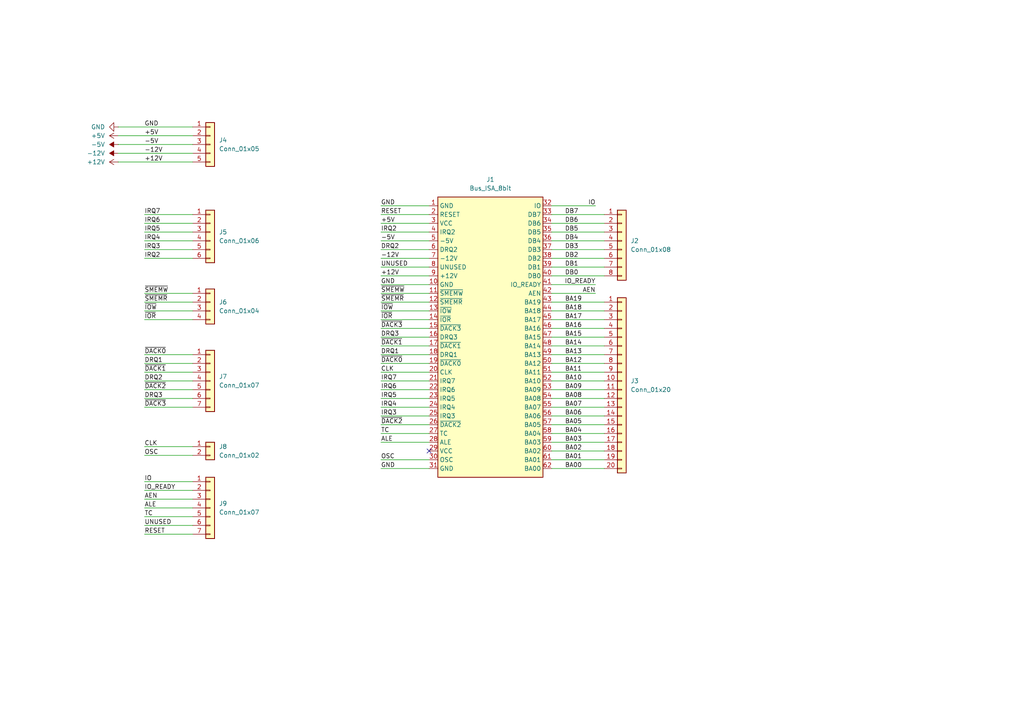
<source format=kicad_sch>
(kicad_sch
	(version 20231120)
	(generator "eeschema")
	(generator_version "8.0")
	(uuid "b1c841ca-0300-4eee-8f52-ac4540b0dbe6")
	(paper "A4")
	(lib_symbols
		(symbol "Connector:Bus_ISA_8bit"
			(exclude_from_sim no)
			(in_bom yes)
			(on_board yes)
			(property "Reference" "J"
				(at 0 42.545 0)
				(effects
					(font
						(size 1.27 1.27)
					)
				)
			)
			(property "Value" "Bus_ISA_8bit"
				(at 0 -42.545 0)
				(effects
					(font
						(size 1.27 1.27)
					)
				)
			)
			(property "Footprint" ""
				(at 0 0 0)
				(effects
					(font
						(size 1.27 1.27)
					)
					(hide yes)
				)
			)
			(property "Datasheet" "https://en.wikipedia.org/wiki/Industry_Standard_Architecture"
				(at 0 0 0)
				(effects
					(font
						(size 1.27 1.27)
					)
					(hide yes)
				)
			)
			(property "Description" "8-bit ISA-PC bus connector"
				(at 0 0 0)
				(effects
					(font
						(size 1.27 1.27)
					)
					(hide yes)
				)
			)
			(property "ki_keywords" "ISA"
				(at 0 0 0)
				(effects
					(font
						(size 1.27 1.27)
					)
					(hide yes)
				)
			)
			(symbol "Bus_ISA_8bit_0_1"
				(rectangle
					(start -15.24 -40.64)
					(end 15.24 40.64)
					(stroke
						(width 0.254)
						(type default)
					)
					(fill
						(type background)
					)
				)
			)
			(symbol "Bus_ISA_8bit_1_1"
				(pin power_in line
					(at -17.78 38.1 0)
					(length 2.54)
					(name "GND"
						(effects
							(font
								(size 1.27 1.27)
							)
						)
					)
					(number "1"
						(effects
							(font
								(size 1.27 1.27)
							)
						)
					)
				)
				(pin power_in line
					(at -17.78 15.24 0)
					(length 2.54)
					(name "GND"
						(effects
							(font
								(size 1.27 1.27)
							)
						)
					)
					(number "10"
						(effects
							(font
								(size 1.27 1.27)
							)
						)
					)
				)
				(pin output line
					(at -17.78 12.7 0)
					(length 2.54)
					(name "~{SMEMW}"
						(effects
							(font
								(size 1.27 1.27)
							)
						)
					)
					(number "11"
						(effects
							(font
								(size 1.27 1.27)
							)
						)
					)
				)
				(pin output line
					(at -17.78 10.16 0)
					(length 2.54)
					(name "~{SMEMR}"
						(effects
							(font
								(size 1.27 1.27)
							)
						)
					)
					(number "12"
						(effects
							(font
								(size 1.27 1.27)
							)
						)
					)
				)
				(pin output line
					(at -17.78 7.62 0)
					(length 2.54)
					(name "~{IOW}"
						(effects
							(font
								(size 1.27 1.27)
							)
						)
					)
					(number "13"
						(effects
							(font
								(size 1.27 1.27)
							)
						)
					)
				)
				(pin output line
					(at -17.78 5.08 0)
					(length 2.54)
					(name "~{IOR}"
						(effects
							(font
								(size 1.27 1.27)
							)
						)
					)
					(number "14"
						(effects
							(font
								(size 1.27 1.27)
							)
						)
					)
				)
				(pin passive line
					(at -17.78 2.54 0)
					(length 2.54)
					(name "~{DACK3}"
						(effects
							(font
								(size 1.27 1.27)
							)
						)
					)
					(number "15"
						(effects
							(font
								(size 1.27 1.27)
							)
						)
					)
				)
				(pin passive line
					(at -17.78 0 0)
					(length 2.54)
					(name "DRQ3"
						(effects
							(font
								(size 1.27 1.27)
							)
						)
					)
					(number "16"
						(effects
							(font
								(size 1.27 1.27)
							)
						)
					)
				)
				(pin passive line
					(at -17.78 -2.54 0)
					(length 2.54)
					(name "~{DACK1}"
						(effects
							(font
								(size 1.27 1.27)
							)
						)
					)
					(number "17"
						(effects
							(font
								(size 1.27 1.27)
							)
						)
					)
				)
				(pin passive line
					(at -17.78 -5.08 0)
					(length 2.54)
					(name "DRQ1"
						(effects
							(font
								(size 1.27 1.27)
							)
						)
					)
					(number "18"
						(effects
							(font
								(size 1.27 1.27)
							)
						)
					)
				)
				(pin passive line
					(at -17.78 -7.62 0)
					(length 2.54)
					(name "~{DACK0}"
						(effects
							(font
								(size 1.27 1.27)
							)
						)
					)
					(number "19"
						(effects
							(font
								(size 1.27 1.27)
							)
						)
					)
				)
				(pin output line
					(at -17.78 35.56 0)
					(length 2.54)
					(name "RESET"
						(effects
							(font
								(size 1.27 1.27)
							)
						)
					)
					(number "2"
						(effects
							(font
								(size 1.27 1.27)
							)
						)
					)
				)
				(pin output line
					(at -17.78 -10.16 0)
					(length 2.54)
					(name "CLK"
						(effects
							(font
								(size 1.27 1.27)
							)
						)
					)
					(number "20"
						(effects
							(font
								(size 1.27 1.27)
							)
						)
					)
				)
				(pin passive line
					(at -17.78 -12.7 0)
					(length 2.54)
					(name "IRQ7"
						(effects
							(font
								(size 1.27 1.27)
							)
						)
					)
					(number "21"
						(effects
							(font
								(size 1.27 1.27)
							)
						)
					)
				)
				(pin passive line
					(at -17.78 -15.24 0)
					(length 2.54)
					(name "IRQ6"
						(effects
							(font
								(size 1.27 1.27)
							)
						)
					)
					(number "22"
						(effects
							(font
								(size 1.27 1.27)
							)
						)
					)
				)
				(pin passive line
					(at -17.78 -17.78 0)
					(length 2.54)
					(name "IRQ5"
						(effects
							(font
								(size 1.27 1.27)
							)
						)
					)
					(number "23"
						(effects
							(font
								(size 1.27 1.27)
							)
						)
					)
				)
				(pin passive line
					(at -17.78 -20.32 0)
					(length 2.54)
					(name "IRQ4"
						(effects
							(font
								(size 1.27 1.27)
							)
						)
					)
					(number "24"
						(effects
							(font
								(size 1.27 1.27)
							)
						)
					)
				)
				(pin passive line
					(at -17.78 -22.86 0)
					(length 2.54)
					(name "IRQ3"
						(effects
							(font
								(size 1.27 1.27)
							)
						)
					)
					(number "25"
						(effects
							(font
								(size 1.27 1.27)
							)
						)
					)
				)
				(pin passive line
					(at -17.78 -25.4 0)
					(length 2.54)
					(name "~{DACK2}"
						(effects
							(font
								(size 1.27 1.27)
							)
						)
					)
					(number "26"
						(effects
							(font
								(size 1.27 1.27)
							)
						)
					)
				)
				(pin passive line
					(at -17.78 -27.94 0)
					(length 2.54)
					(name "TC"
						(effects
							(font
								(size 1.27 1.27)
							)
						)
					)
					(number "27"
						(effects
							(font
								(size 1.27 1.27)
							)
						)
					)
				)
				(pin output line
					(at -17.78 -30.48 0)
					(length 2.54)
					(name "ALE"
						(effects
							(font
								(size 1.27 1.27)
							)
						)
					)
					(number "28"
						(effects
							(font
								(size 1.27 1.27)
							)
						)
					)
				)
				(pin power_in line
					(at -17.78 -33.02 0)
					(length 2.54)
					(name "VCC"
						(effects
							(font
								(size 1.27 1.27)
							)
						)
					)
					(number "29"
						(effects
							(font
								(size 1.27 1.27)
							)
						)
					)
				)
				(pin power_in line
					(at -17.78 33.02 0)
					(length 2.54)
					(name "VCC"
						(effects
							(font
								(size 1.27 1.27)
							)
						)
					)
					(number "3"
						(effects
							(font
								(size 1.27 1.27)
							)
						)
					)
				)
				(pin output line
					(at -17.78 -35.56 0)
					(length 2.54)
					(name "OSC"
						(effects
							(font
								(size 1.27 1.27)
							)
						)
					)
					(number "30"
						(effects
							(font
								(size 1.27 1.27)
							)
						)
					)
				)
				(pin power_in line
					(at -17.78 -38.1 0)
					(length 2.54)
					(name "GND"
						(effects
							(font
								(size 1.27 1.27)
							)
						)
					)
					(number "31"
						(effects
							(font
								(size 1.27 1.27)
							)
						)
					)
				)
				(pin passive line
					(at 17.78 38.1 180)
					(length 2.54)
					(name "IO"
						(effects
							(font
								(size 1.27 1.27)
							)
						)
					)
					(number "32"
						(effects
							(font
								(size 1.27 1.27)
							)
						)
					)
				)
				(pin tri_state line
					(at 17.78 35.56 180)
					(length 2.54)
					(name "DB7"
						(effects
							(font
								(size 1.27 1.27)
							)
						)
					)
					(number "33"
						(effects
							(font
								(size 1.27 1.27)
							)
						)
					)
				)
				(pin tri_state line
					(at 17.78 33.02 180)
					(length 2.54)
					(name "DB6"
						(effects
							(font
								(size 1.27 1.27)
							)
						)
					)
					(number "34"
						(effects
							(font
								(size 1.27 1.27)
							)
						)
					)
				)
				(pin tri_state line
					(at 17.78 30.48 180)
					(length 2.54)
					(name "DB5"
						(effects
							(font
								(size 1.27 1.27)
							)
						)
					)
					(number "35"
						(effects
							(font
								(size 1.27 1.27)
							)
						)
					)
				)
				(pin tri_state line
					(at 17.78 27.94 180)
					(length 2.54)
					(name "DB4"
						(effects
							(font
								(size 1.27 1.27)
							)
						)
					)
					(number "36"
						(effects
							(font
								(size 1.27 1.27)
							)
						)
					)
				)
				(pin tri_state line
					(at 17.78 25.4 180)
					(length 2.54)
					(name "DB3"
						(effects
							(font
								(size 1.27 1.27)
							)
						)
					)
					(number "37"
						(effects
							(font
								(size 1.27 1.27)
							)
						)
					)
				)
				(pin tri_state line
					(at 17.78 22.86 180)
					(length 2.54)
					(name "DB2"
						(effects
							(font
								(size 1.27 1.27)
							)
						)
					)
					(number "38"
						(effects
							(font
								(size 1.27 1.27)
							)
						)
					)
				)
				(pin tri_state line
					(at 17.78 20.32 180)
					(length 2.54)
					(name "DB1"
						(effects
							(font
								(size 1.27 1.27)
							)
						)
					)
					(number "39"
						(effects
							(font
								(size 1.27 1.27)
							)
						)
					)
				)
				(pin passive line
					(at -17.78 30.48 0)
					(length 2.54)
					(name "IRQ2"
						(effects
							(font
								(size 1.27 1.27)
							)
						)
					)
					(number "4"
						(effects
							(font
								(size 1.27 1.27)
							)
						)
					)
				)
				(pin tri_state line
					(at 17.78 17.78 180)
					(length 2.54)
					(name "DB0"
						(effects
							(font
								(size 1.27 1.27)
							)
						)
					)
					(number "40"
						(effects
							(font
								(size 1.27 1.27)
							)
						)
					)
				)
				(pin passive line
					(at 17.78 15.24 180)
					(length 2.54)
					(name "IO_READY"
						(effects
							(font
								(size 1.27 1.27)
							)
						)
					)
					(number "41"
						(effects
							(font
								(size 1.27 1.27)
							)
						)
					)
				)
				(pin output line
					(at 17.78 12.7 180)
					(length 2.54)
					(name "AEN"
						(effects
							(font
								(size 1.27 1.27)
							)
						)
					)
					(number "42"
						(effects
							(font
								(size 1.27 1.27)
							)
						)
					)
				)
				(pin tri_state line
					(at 17.78 10.16 180)
					(length 2.54)
					(name "BA19"
						(effects
							(font
								(size 1.27 1.27)
							)
						)
					)
					(number "43"
						(effects
							(font
								(size 1.27 1.27)
							)
						)
					)
				)
				(pin tri_state line
					(at 17.78 7.62 180)
					(length 2.54)
					(name "BA18"
						(effects
							(font
								(size 1.27 1.27)
							)
						)
					)
					(number "44"
						(effects
							(font
								(size 1.27 1.27)
							)
						)
					)
				)
				(pin tri_state line
					(at 17.78 5.08 180)
					(length 2.54)
					(name "BA17"
						(effects
							(font
								(size 1.27 1.27)
							)
						)
					)
					(number "45"
						(effects
							(font
								(size 1.27 1.27)
							)
						)
					)
				)
				(pin tri_state line
					(at 17.78 2.54 180)
					(length 2.54)
					(name "BA16"
						(effects
							(font
								(size 1.27 1.27)
							)
						)
					)
					(number "46"
						(effects
							(font
								(size 1.27 1.27)
							)
						)
					)
				)
				(pin tri_state line
					(at 17.78 0 180)
					(length 2.54)
					(name "BA15"
						(effects
							(font
								(size 1.27 1.27)
							)
						)
					)
					(number "47"
						(effects
							(font
								(size 1.27 1.27)
							)
						)
					)
				)
				(pin tri_state line
					(at 17.78 -2.54 180)
					(length 2.54)
					(name "BA14"
						(effects
							(font
								(size 1.27 1.27)
							)
						)
					)
					(number "48"
						(effects
							(font
								(size 1.27 1.27)
							)
						)
					)
				)
				(pin tri_state line
					(at 17.78 -5.08 180)
					(length 2.54)
					(name "BA13"
						(effects
							(font
								(size 1.27 1.27)
							)
						)
					)
					(number "49"
						(effects
							(font
								(size 1.27 1.27)
							)
						)
					)
				)
				(pin power_in line
					(at -17.78 27.94 0)
					(length 2.54)
					(name "-5V"
						(effects
							(font
								(size 1.27 1.27)
							)
						)
					)
					(number "5"
						(effects
							(font
								(size 1.27 1.27)
							)
						)
					)
				)
				(pin tri_state line
					(at 17.78 -7.62 180)
					(length 2.54)
					(name "BA12"
						(effects
							(font
								(size 1.27 1.27)
							)
						)
					)
					(number "50"
						(effects
							(font
								(size 1.27 1.27)
							)
						)
					)
				)
				(pin tri_state line
					(at 17.78 -10.16 180)
					(length 2.54)
					(name "BA11"
						(effects
							(font
								(size 1.27 1.27)
							)
						)
					)
					(number "51"
						(effects
							(font
								(size 1.27 1.27)
							)
						)
					)
				)
				(pin tri_state line
					(at 17.78 -12.7 180)
					(length 2.54)
					(name "BA10"
						(effects
							(font
								(size 1.27 1.27)
							)
						)
					)
					(number "52"
						(effects
							(font
								(size 1.27 1.27)
							)
						)
					)
				)
				(pin tri_state line
					(at 17.78 -15.24 180)
					(length 2.54)
					(name "BA09"
						(effects
							(font
								(size 1.27 1.27)
							)
						)
					)
					(number "53"
						(effects
							(font
								(size 1.27 1.27)
							)
						)
					)
				)
				(pin tri_state line
					(at 17.78 -17.78 180)
					(length 2.54)
					(name "BA08"
						(effects
							(font
								(size 1.27 1.27)
							)
						)
					)
					(number "54"
						(effects
							(font
								(size 1.27 1.27)
							)
						)
					)
				)
				(pin tri_state line
					(at 17.78 -20.32 180)
					(length 2.54)
					(name "BA07"
						(effects
							(font
								(size 1.27 1.27)
							)
						)
					)
					(number "55"
						(effects
							(font
								(size 1.27 1.27)
							)
						)
					)
				)
				(pin tri_state line
					(at 17.78 -22.86 180)
					(length 2.54)
					(name "BA06"
						(effects
							(font
								(size 1.27 1.27)
							)
						)
					)
					(number "56"
						(effects
							(font
								(size 1.27 1.27)
							)
						)
					)
				)
				(pin tri_state line
					(at 17.78 -25.4 180)
					(length 2.54)
					(name "BA05"
						(effects
							(font
								(size 1.27 1.27)
							)
						)
					)
					(number "57"
						(effects
							(font
								(size 1.27 1.27)
							)
						)
					)
				)
				(pin tri_state line
					(at 17.78 -27.94 180)
					(length 2.54)
					(name "BA04"
						(effects
							(font
								(size 1.27 1.27)
							)
						)
					)
					(number "58"
						(effects
							(font
								(size 1.27 1.27)
							)
						)
					)
				)
				(pin tri_state line
					(at 17.78 -30.48 180)
					(length 2.54)
					(name "BA03"
						(effects
							(font
								(size 1.27 1.27)
							)
						)
					)
					(number "59"
						(effects
							(font
								(size 1.27 1.27)
							)
						)
					)
				)
				(pin passive line
					(at -17.78 25.4 0)
					(length 2.54)
					(name "DRQ2"
						(effects
							(font
								(size 1.27 1.27)
							)
						)
					)
					(number "6"
						(effects
							(font
								(size 1.27 1.27)
							)
						)
					)
				)
				(pin tri_state line
					(at 17.78 -33.02 180)
					(length 2.54)
					(name "BA02"
						(effects
							(font
								(size 1.27 1.27)
							)
						)
					)
					(number "60"
						(effects
							(font
								(size 1.27 1.27)
							)
						)
					)
				)
				(pin tri_state line
					(at 17.78 -35.56 180)
					(length 2.54)
					(name "BA01"
						(effects
							(font
								(size 1.27 1.27)
							)
						)
					)
					(number "61"
						(effects
							(font
								(size 1.27 1.27)
							)
						)
					)
				)
				(pin tri_state line
					(at 17.78 -38.1 180)
					(length 2.54)
					(name "BA00"
						(effects
							(font
								(size 1.27 1.27)
							)
						)
					)
					(number "62"
						(effects
							(font
								(size 1.27 1.27)
							)
						)
					)
				)
				(pin power_in line
					(at -17.78 22.86 0)
					(length 2.54)
					(name "-12V"
						(effects
							(font
								(size 1.27 1.27)
							)
						)
					)
					(number "7"
						(effects
							(font
								(size 1.27 1.27)
							)
						)
					)
				)
				(pin passive line
					(at -17.78 20.32 0)
					(length 2.54)
					(name "UNUSED"
						(effects
							(font
								(size 1.27 1.27)
							)
						)
					)
					(number "8"
						(effects
							(font
								(size 1.27 1.27)
							)
						)
					)
				)
				(pin power_in line
					(at -17.78 17.78 0)
					(length 2.54)
					(name "+12V"
						(effects
							(font
								(size 1.27 1.27)
							)
						)
					)
					(number "9"
						(effects
							(font
								(size 1.27 1.27)
							)
						)
					)
				)
			)
		)
		(symbol "Connector_Generic:Conn_01x02"
			(pin_names
				(offset 1.016) hide)
			(exclude_from_sim no)
			(in_bom yes)
			(on_board yes)
			(property "Reference" "J"
				(at 0 2.54 0)
				(effects
					(font
						(size 1.27 1.27)
					)
				)
			)
			(property "Value" "Conn_01x02"
				(at 0 -5.08 0)
				(effects
					(font
						(size 1.27 1.27)
					)
				)
			)
			(property "Footprint" ""
				(at 0 0 0)
				(effects
					(font
						(size 1.27 1.27)
					)
					(hide yes)
				)
			)
			(property "Datasheet" "~"
				(at 0 0 0)
				(effects
					(font
						(size 1.27 1.27)
					)
					(hide yes)
				)
			)
			(property "Description" "Generic connector, single row, 01x02, script generated (kicad-library-utils/schlib/autogen/connector/)"
				(at 0 0 0)
				(effects
					(font
						(size 1.27 1.27)
					)
					(hide yes)
				)
			)
			(property "ki_keywords" "connector"
				(at 0 0 0)
				(effects
					(font
						(size 1.27 1.27)
					)
					(hide yes)
				)
			)
			(property "ki_fp_filters" "Connector*:*_1x??_*"
				(at 0 0 0)
				(effects
					(font
						(size 1.27 1.27)
					)
					(hide yes)
				)
			)
			(symbol "Conn_01x02_1_1"
				(rectangle
					(start -1.27 -2.413)
					(end 0 -2.667)
					(stroke
						(width 0.1524)
						(type default)
					)
					(fill
						(type none)
					)
				)
				(rectangle
					(start -1.27 0.127)
					(end 0 -0.127)
					(stroke
						(width 0.1524)
						(type default)
					)
					(fill
						(type none)
					)
				)
				(rectangle
					(start -1.27 1.27)
					(end 1.27 -3.81)
					(stroke
						(width 0.254)
						(type default)
					)
					(fill
						(type background)
					)
				)
				(pin passive line
					(at -5.08 0 0)
					(length 3.81)
					(name "Pin_1"
						(effects
							(font
								(size 1.27 1.27)
							)
						)
					)
					(number "1"
						(effects
							(font
								(size 1.27 1.27)
							)
						)
					)
				)
				(pin passive line
					(at -5.08 -2.54 0)
					(length 3.81)
					(name "Pin_2"
						(effects
							(font
								(size 1.27 1.27)
							)
						)
					)
					(number "2"
						(effects
							(font
								(size 1.27 1.27)
							)
						)
					)
				)
			)
		)
		(symbol "Connector_Generic:Conn_01x04"
			(pin_names
				(offset 1.016) hide)
			(exclude_from_sim no)
			(in_bom yes)
			(on_board yes)
			(property "Reference" "J"
				(at 0 5.08 0)
				(effects
					(font
						(size 1.27 1.27)
					)
				)
			)
			(property "Value" "Conn_01x04"
				(at 0 -7.62 0)
				(effects
					(font
						(size 1.27 1.27)
					)
				)
			)
			(property "Footprint" ""
				(at 0 0 0)
				(effects
					(font
						(size 1.27 1.27)
					)
					(hide yes)
				)
			)
			(property "Datasheet" "~"
				(at 0 0 0)
				(effects
					(font
						(size 1.27 1.27)
					)
					(hide yes)
				)
			)
			(property "Description" "Generic connector, single row, 01x04, script generated (kicad-library-utils/schlib/autogen/connector/)"
				(at 0 0 0)
				(effects
					(font
						(size 1.27 1.27)
					)
					(hide yes)
				)
			)
			(property "ki_keywords" "connector"
				(at 0 0 0)
				(effects
					(font
						(size 1.27 1.27)
					)
					(hide yes)
				)
			)
			(property "ki_fp_filters" "Connector*:*_1x??_*"
				(at 0 0 0)
				(effects
					(font
						(size 1.27 1.27)
					)
					(hide yes)
				)
			)
			(symbol "Conn_01x04_1_1"
				(rectangle
					(start -1.27 -4.953)
					(end 0 -5.207)
					(stroke
						(width 0.1524)
						(type default)
					)
					(fill
						(type none)
					)
				)
				(rectangle
					(start -1.27 -2.413)
					(end 0 -2.667)
					(stroke
						(width 0.1524)
						(type default)
					)
					(fill
						(type none)
					)
				)
				(rectangle
					(start -1.27 0.127)
					(end 0 -0.127)
					(stroke
						(width 0.1524)
						(type default)
					)
					(fill
						(type none)
					)
				)
				(rectangle
					(start -1.27 2.667)
					(end 0 2.413)
					(stroke
						(width 0.1524)
						(type default)
					)
					(fill
						(type none)
					)
				)
				(rectangle
					(start -1.27 3.81)
					(end 1.27 -6.35)
					(stroke
						(width 0.254)
						(type default)
					)
					(fill
						(type background)
					)
				)
				(pin passive line
					(at -5.08 2.54 0)
					(length 3.81)
					(name "Pin_1"
						(effects
							(font
								(size 1.27 1.27)
							)
						)
					)
					(number "1"
						(effects
							(font
								(size 1.27 1.27)
							)
						)
					)
				)
				(pin passive line
					(at -5.08 0 0)
					(length 3.81)
					(name "Pin_2"
						(effects
							(font
								(size 1.27 1.27)
							)
						)
					)
					(number "2"
						(effects
							(font
								(size 1.27 1.27)
							)
						)
					)
				)
				(pin passive line
					(at -5.08 -2.54 0)
					(length 3.81)
					(name "Pin_3"
						(effects
							(font
								(size 1.27 1.27)
							)
						)
					)
					(number "3"
						(effects
							(font
								(size 1.27 1.27)
							)
						)
					)
				)
				(pin passive line
					(at -5.08 -5.08 0)
					(length 3.81)
					(name "Pin_4"
						(effects
							(font
								(size 1.27 1.27)
							)
						)
					)
					(number "4"
						(effects
							(font
								(size 1.27 1.27)
							)
						)
					)
				)
			)
		)
		(symbol "Connector_Generic:Conn_01x05"
			(pin_names
				(offset 1.016) hide)
			(exclude_from_sim no)
			(in_bom yes)
			(on_board yes)
			(property "Reference" "J"
				(at 0 7.62 0)
				(effects
					(font
						(size 1.27 1.27)
					)
				)
			)
			(property "Value" "Conn_01x05"
				(at 0 -7.62 0)
				(effects
					(font
						(size 1.27 1.27)
					)
				)
			)
			(property "Footprint" ""
				(at 0 0 0)
				(effects
					(font
						(size 1.27 1.27)
					)
					(hide yes)
				)
			)
			(property "Datasheet" "~"
				(at 0 0 0)
				(effects
					(font
						(size 1.27 1.27)
					)
					(hide yes)
				)
			)
			(property "Description" "Generic connector, single row, 01x05, script generated (kicad-library-utils/schlib/autogen/connector/)"
				(at 0 0 0)
				(effects
					(font
						(size 1.27 1.27)
					)
					(hide yes)
				)
			)
			(property "ki_keywords" "connector"
				(at 0 0 0)
				(effects
					(font
						(size 1.27 1.27)
					)
					(hide yes)
				)
			)
			(property "ki_fp_filters" "Connector*:*_1x??_*"
				(at 0 0 0)
				(effects
					(font
						(size 1.27 1.27)
					)
					(hide yes)
				)
			)
			(symbol "Conn_01x05_1_1"
				(rectangle
					(start -1.27 -4.953)
					(end 0 -5.207)
					(stroke
						(width 0.1524)
						(type default)
					)
					(fill
						(type none)
					)
				)
				(rectangle
					(start -1.27 -2.413)
					(end 0 -2.667)
					(stroke
						(width 0.1524)
						(type default)
					)
					(fill
						(type none)
					)
				)
				(rectangle
					(start -1.27 0.127)
					(end 0 -0.127)
					(stroke
						(width 0.1524)
						(type default)
					)
					(fill
						(type none)
					)
				)
				(rectangle
					(start -1.27 2.667)
					(end 0 2.413)
					(stroke
						(width 0.1524)
						(type default)
					)
					(fill
						(type none)
					)
				)
				(rectangle
					(start -1.27 5.207)
					(end 0 4.953)
					(stroke
						(width 0.1524)
						(type default)
					)
					(fill
						(type none)
					)
				)
				(rectangle
					(start -1.27 6.35)
					(end 1.27 -6.35)
					(stroke
						(width 0.254)
						(type default)
					)
					(fill
						(type background)
					)
				)
				(pin passive line
					(at -5.08 5.08 0)
					(length 3.81)
					(name "Pin_1"
						(effects
							(font
								(size 1.27 1.27)
							)
						)
					)
					(number "1"
						(effects
							(font
								(size 1.27 1.27)
							)
						)
					)
				)
				(pin passive line
					(at -5.08 2.54 0)
					(length 3.81)
					(name "Pin_2"
						(effects
							(font
								(size 1.27 1.27)
							)
						)
					)
					(number "2"
						(effects
							(font
								(size 1.27 1.27)
							)
						)
					)
				)
				(pin passive line
					(at -5.08 0 0)
					(length 3.81)
					(name "Pin_3"
						(effects
							(font
								(size 1.27 1.27)
							)
						)
					)
					(number "3"
						(effects
							(font
								(size 1.27 1.27)
							)
						)
					)
				)
				(pin passive line
					(at -5.08 -2.54 0)
					(length 3.81)
					(name "Pin_4"
						(effects
							(font
								(size 1.27 1.27)
							)
						)
					)
					(number "4"
						(effects
							(font
								(size 1.27 1.27)
							)
						)
					)
				)
				(pin passive line
					(at -5.08 -5.08 0)
					(length 3.81)
					(name "Pin_5"
						(effects
							(font
								(size 1.27 1.27)
							)
						)
					)
					(number "5"
						(effects
							(font
								(size 1.27 1.27)
							)
						)
					)
				)
			)
		)
		(symbol "Connector_Generic:Conn_01x06"
			(pin_names
				(offset 1.016) hide)
			(exclude_from_sim no)
			(in_bom yes)
			(on_board yes)
			(property "Reference" "J"
				(at 0 7.62 0)
				(effects
					(font
						(size 1.27 1.27)
					)
				)
			)
			(property "Value" "Conn_01x06"
				(at 0 -10.16 0)
				(effects
					(font
						(size 1.27 1.27)
					)
				)
			)
			(property "Footprint" ""
				(at 0 0 0)
				(effects
					(font
						(size 1.27 1.27)
					)
					(hide yes)
				)
			)
			(property "Datasheet" "~"
				(at 0 0 0)
				(effects
					(font
						(size 1.27 1.27)
					)
					(hide yes)
				)
			)
			(property "Description" "Generic connector, single row, 01x06, script generated (kicad-library-utils/schlib/autogen/connector/)"
				(at 0 0 0)
				(effects
					(font
						(size 1.27 1.27)
					)
					(hide yes)
				)
			)
			(property "ki_keywords" "connector"
				(at 0 0 0)
				(effects
					(font
						(size 1.27 1.27)
					)
					(hide yes)
				)
			)
			(property "ki_fp_filters" "Connector*:*_1x??_*"
				(at 0 0 0)
				(effects
					(font
						(size 1.27 1.27)
					)
					(hide yes)
				)
			)
			(symbol "Conn_01x06_1_1"
				(rectangle
					(start -1.27 -7.493)
					(end 0 -7.747)
					(stroke
						(width 0.1524)
						(type default)
					)
					(fill
						(type none)
					)
				)
				(rectangle
					(start -1.27 -4.953)
					(end 0 -5.207)
					(stroke
						(width 0.1524)
						(type default)
					)
					(fill
						(type none)
					)
				)
				(rectangle
					(start -1.27 -2.413)
					(end 0 -2.667)
					(stroke
						(width 0.1524)
						(type default)
					)
					(fill
						(type none)
					)
				)
				(rectangle
					(start -1.27 0.127)
					(end 0 -0.127)
					(stroke
						(width 0.1524)
						(type default)
					)
					(fill
						(type none)
					)
				)
				(rectangle
					(start -1.27 2.667)
					(end 0 2.413)
					(stroke
						(width 0.1524)
						(type default)
					)
					(fill
						(type none)
					)
				)
				(rectangle
					(start -1.27 5.207)
					(end 0 4.953)
					(stroke
						(width 0.1524)
						(type default)
					)
					(fill
						(type none)
					)
				)
				(rectangle
					(start -1.27 6.35)
					(end 1.27 -8.89)
					(stroke
						(width 0.254)
						(type default)
					)
					(fill
						(type background)
					)
				)
				(pin passive line
					(at -5.08 5.08 0)
					(length 3.81)
					(name "Pin_1"
						(effects
							(font
								(size 1.27 1.27)
							)
						)
					)
					(number "1"
						(effects
							(font
								(size 1.27 1.27)
							)
						)
					)
				)
				(pin passive line
					(at -5.08 2.54 0)
					(length 3.81)
					(name "Pin_2"
						(effects
							(font
								(size 1.27 1.27)
							)
						)
					)
					(number "2"
						(effects
							(font
								(size 1.27 1.27)
							)
						)
					)
				)
				(pin passive line
					(at -5.08 0 0)
					(length 3.81)
					(name "Pin_3"
						(effects
							(font
								(size 1.27 1.27)
							)
						)
					)
					(number "3"
						(effects
							(font
								(size 1.27 1.27)
							)
						)
					)
				)
				(pin passive line
					(at -5.08 -2.54 0)
					(length 3.81)
					(name "Pin_4"
						(effects
							(font
								(size 1.27 1.27)
							)
						)
					)
					(number "4"
						(effects
							(font
								(size 1.27 1.27)
							)
						)
					)
				)
				(pin passive line
					(at -5.08 -5.08 0)
					(length 3.81)
					(name "Pin_5"
						(effects
							(font
								(size 1.27 1.27)
							)
						)
					)
					(number "5"
						(effects
							(font
								(size 1.27 1.27)
							)
						)
					)
				)
				(pin passive line
					(at -5.08 -7.62 0)
					(length 3.81)
					(name "Pin_6"
						(effects
							(font
								(size 1.27 1.27)
							)
						)
					)
					(number "6"
						(effects
							(font
								(size 1.27 1.27)
							)
						)
					)
				)
			)
		)
		(symbol "Connector_Generic:Conn_01x07"
			(pin_names
				(offset 1.016) hide)
			(exclude_from_sim no)
			(in_bom yes)
			(on_board yes)
			(property "Reference" "J"
				(at 0 10.16 0)
				(effects
					(font
						(size 1.27 1.27)
					)
				)
			)
			(property "Value" "Conn_01x07"
				(at 0 -10.16 0)
				(effects
					(font
						(size 1.27 1.27)
					)
				)
			)
			(property "Footprint" ""
				(at 0 0 0)
				(effects
					(font
						(size 1.27 1.27)
					)
					(hide yes)
				)
			)
			(property "Datasheet" "~"
				(at 0 0 0)
				(effects
					(font
						(size 1.27 1.27)
					)
					(hide yes)
				)
			)
			(property "Description" "Generic connector, single row, 01x07, script generated (kicad-library-utils/schlib/autogen/connector/)"
				(at 0 0 0)
				(effects
					(font
						(size 1.27 1.27)
					)
					(hide yes)
				)
			)
			(property "ki_keywords" "connector"
				(at 0 0 0)
				(effects
					(font
						(size 1.27 1.27)
					)
					(hide yes)
				)
			)
			(property "ki_fp_filters" "Connector*:*_1x??_*"
				(at 0 0 0)
				(effects
					(font
						(size 1.27 1.27)
					)
					(hide yes)
				)
			)
			(symbol "Conn_01x07_1_1"
				(rectangle
					(start -1.27 -7.493)
					(end 0 -7.747)
					(stroke
						(width 0.1524)
						(type default)
					)
					(fill
						(type none)
					)
				)
				(rectangle
					(start -1.27 -4.953)
					(end 0 -5.207)
					(stroke
						(width 0.1524)
						(type default)
					)
					(fill
						(type none)
					)
				)
				(rectangle
					(start -1.27 -2.413)
					(end 0 -2.667)
					(stroke
						(width 0.1524)
						(type default)
					)
					(fill
						(type none)
					)
				)
				(rectangle
					(start -1.27 0.127)
					(end 0 -0.127)
					(stroke
						(width 0.1524)
						(type default)
					)
					(fill
						(type none)
					)
				)
				(rectangle
					(start -1.27 2.667)
					(end 0 2.413)
					(stroke
						(width 0.1524)
						(type default)
					)
					(fill
						(type none)
					)
				)
				(rectangle
					(start -1.27 5.207)
					(end 0 4.953)
					(stroke
						(width 0.1524)
						(type default)
					)
					(fill
						(type none)
					)
				)
				(rectangle
					(start -1.27 7.747)
					(end 0 7.493)
					(stroke
						(width 0.1524)
						(type default)
					)
					(fill
						(type none)
					)
				)
				(rectangle
					(start -1.27 8.89)
					(end 1.27 -8.89)
					(stroke
						(width 0.254)
						(type default)
					)
					(fill
						(type background)
					)
				)
				(pin passive line
					(at -5.08 7.62 0)
					(length 3.81)
					(name "Pin_1"
						(effects
							(font
								(size 1.27 1.27)
							)
						)
					)
					(number "1"
						(effects
							(font
								(size 1.27 1.27)
							)
						)
					)
				)
				(pin passive line
					(at -5.08 5.08 0)
					(length 3.81)
					(name "Pin_2"
						(effects
							(font
								(size 1.27 1.27)
							)
						)
					)
					(number "2"
						(effects
							(font
								(size 1.27 1.27)
							)
						)
					)
				)
				(pin passive line
					(at -5.08 2.54 0)
					(length 3.81)
					(name "Pin_3"
						(effects
							(font
								(size 1.27 1.27)
							)
						)
					)
					(number "3"
						(effects
							(font
								(size 1.27 1.27)
							)
						)
					)
				)
				(pin passive line
					(at -5.08 0 0)
					(length 3.81)
					(name "Pin_4"
						(effects
							(font
								(size 1.27 1.27)
							)
						)
					)
					(number "4"
						(effects
							(font
								(size 1.27 1.27)
							)
						)
					)
				)
				(pin passive line
					(at -5.08 -2.54 0)
					(length 3.81)
					(name "Pin_5"
						(effects
							(font
								(size 1.27 1.27)
							)
						)
					)
					(number "5"
						(effects
							(font
								(size 1.27 1.27)
							)
						)
					)
				)
				(pin passive line
					(at -5.08 -5.08 0)
					(length 3.81)
					(name "Pin_6"
						(effects
							(font
								(size 1.27 1.27)
							)
						)
					)
					(number "6"
						(effects
							(font
								(size 1.27 1.27)
							)
						)
					)
				)
				(pin passive line
					(at -5.08 -7.62 0)
					(length 3.81)
					(name "Pin_7"
						(effects
							(font
								(size 1.27 1.27)
							)
						)
					)
					(number "7"
						(effects
							(font
								(size 1.27 1.27)
							)
						)
					)
				)
			)
		)
		(symbol "Connector_Generic:Conn_01x08"
			(pin_names
				(offset 1.016) hide)
			(exclude_from_sim no)
			(in_bom yes)
			(on_board yes)
			(property "Reference" "J"
				(at 0 10.16 0)
				(effects
					(font
						(size 1.27 1.27)
					)
				)
			)
			(property "Value" "Conn_01x08"
				(at 0 -12.7 0)
				(effects
					(font
						(size 1.27 1.27)
					)
				)
			)
			(property "Footprint" ""
				(at 0 0 0)
				(effects
					(font
						(size 1.27 1.27)
					)
					(hide yes)
				)
			)
			(property "Datasheet" "~"
				(at 0 0 0)
				(effects
					(font
						(size 1.27 1.27)
					)
					(hide yes)
				)
			)
			(property "Description" "Generic connector, single row, 01x08, script generated (kicad-library-utils/schlib/autogen/connector/)"
				(at 0 0 0)
				(effects
					(font
						(size 1.27 1.27)
					)
					(hide yes)
				)
			)
			(property "ki_keywords" "connector"
				(at 0 0 0)
				(effects
					(font
						(size 1.27 1.27)
					)
					(hide yes)
				)
			)
			(property "ki_fp_filters" "Connector*:*_1x??_*"
				(at 0 0 0)
				(effects
					(font
						(size 1.27 1.27)
					)
					(hide yes)
				)
			)
			(symbol "Conn_01x08_1_1"
				(rectangle
					(start -1.27 -10.033)
					(end 0 -10.287)
					(stroke
						(width 0.1524)
						(type default)
					)
					(fill
						(type none)
					)
				)
				(rectangle
					(start -1.27 -7.493)
					(end 0 -7.747)
					(stroke
						(width 0.1524)
						(type default)
					)
					(fill
						(type none)
					)
				)
				(rectangle
					(start -1.27 -4.953)
					(end 0 -5.207)
					(stroke
						(width 0.1524)
						(type default)
					)
					(fill
						(type none)
					)
				)
				(rectangle
					(start -1.27 -2.413)
					(end 0 -2.667)
					(stroke
						(width 0.1524)
						(type default)
					)
					(fill
						(type none)
					)
				)
				(rectangle
					(start -1.27 0.127)
					(end 0 -0.127)
					(stroke
						(width 0.1524)
						(type default)
					)
					(fill
						(type none)
					)
				)
				(rectangle
					(start -1.27 2.667)
					(end 0 2.413)
					(stroke
						(width 0.1524)
						(type default)
					)
					(fill
						(type none)
					)
				)
				(rectangle
					(start -1.27 5.207)
					(end 0 4.953)
					(stroke
						(width 0.1524)
						(type default)
					)
					(fill
						(type none)
					)
				)
				(rectangle
					(start -1.27 7.747)
					(end 0 7.493)
					(stroke
						(width 0.1524)
						(type default)
					)
					(fill
						(type none)
					)
				)
				(rectangle
					(start -1.27 8.89)
					(end 1.27 -11.43)
					(stroke
						(width 0.254)
						(type default)
					)
					(fill
						(type background)
					)
				)
				(pin passive line
					(at -5.08 7.62 0)
					(length 3.81)
					(name "Pin_1"
						(effects
							(font
								(size 1.27 1.27)
							)
						)
					)
					(number "1"
						(effects
							(font
								(size 1.27 1.27)
							)
						)
					)
				)
				(pin passive line
					(at -5.08 5.08 0)
					(length 3.81)
					(name "Pin_2"
						(effects
							(font
								(size 1.27 1.27)
							)
						)
					)
					(number "2"
						(effects
							(font
								(size 1.27 1.27)
							)
						)
					)
				)
				(pin passive line
					(at -5.08 2.54 0)
					(length 3.81)
					(name "Pin_3"
						(effects
							(font
								(size 1.27 1.27)
							)
						)
					)
					(number "3"
						(effects
							(font
								(size 1.27 1.27)
							)
						)
					)
				)
				(pin passive line
					(at -5.08 0 0)
					(length 3.81)
					(name "Pin_4"
						(effects
							(font
								(size 1.27 1.27)
							)
						)
					)
					(number "4"
						(effects
							(font
								(size 1.27 1.27)
							)
						)
					)
				)
				(pin passive line
					(at -5.08 -2.54 0)
					(length 3.81)
					(name "Pin_5"
						(effects
							(font
								(size 1.27 1.27)
							)
						)
					)
					(number "5"
						(effects
							(font
								(size 1.27 1.27)
							)
						)
					)
				)
				(pin passive line
					(at -5.08 -5.08 0)
					(length 3.81)
					(name "Pin_6"
						(effects
							(font
								(size 1.27 1.27)
							)
						)
					)
					(number "6"
						(effects
							(font
								(size 1.27 1.27)
							)
						)
					)
				)
				(pin passive line
					(at -5.08 -7.62 0)
					(length 3.81)
					(name "Pin_7"
						(effects
							(font
								(size 1.27 1.27)
							)
						)
					)
					(number "7"
						(effects
							(font
								(size 1.27 1.27)
							)
						)
					)
				)
				(pin passive line
					(at -5.08 -10.16 0)
					(length 3.81)
					(name "Pin_8"
						(effects
							(font
								(size 1.27 1.27)
							)
						)
					)
					(number "8"
						(effects
							(font
								(size 1.27 1.27)
							)
						)
					)
				)
			)
		)
		(symbol "Connector_Generic:Conn_01x20"
			(pin_names
				(offset 1.016) hide)
			(exclude_from_sim no)
			(in_bom yes)
			(on_board yes)
			(property "Reference" "J"
				(at 0 25.4 0)
				(effects
					(font
						(size 1.27 1.27)
					)
				)
			)
			(property "Value" "Conn_01x20"
				(at 0 -27.94 0)
				(effects
					(font
						(size 1.27 1.27)
					)
				)
			)
			(property "Footprint" ""
				(at 0 0 0)
				(effects
					(font
						(size 1.27 1.27)
					)
					(hide yes)
				)
			)
			(property "Datasheet" "~"
				(at 0 0 0)
				(effects
					(font
						(size 1.27 1.27)
					)
					(hide yes)
				)
			)
			(property "Description" "Generic connector, single row, 01x20, script generated (kicad-library-utils/schlib/autogen/connector/)"
				(at 0 0 0)
				(effects
					(font
						(size 1.27 1.27)
					)
					(hide yes)
				)
			)
			(property "ki_keywords" "connector"
				(at 0 0 0)
				(effects
					(font
						(size 1.27 1.27)
					)
					(hide yes)
				)
			)
			(property "ki_fp_filters" "Connector*:*_1x??_*"
				(at 0 0 0)
				(effects
					(font
						(size 1.27 1.27)
					)
					(hide yes)
				)
			)
			(symbol "Conn_01x20_1_1"
				(rectangle
					(start -1.27 -25.273)
					(end 0 -25.527)
					(stroke
						(width 0.1524)
						(type default)
					)
					(fill
						(type none)
					)
				)
				(rectangle
					(start -1.27 -22.733)
					(end 0 -22.987)
					(stroke
						(width 0.1524)
						(type default)
					)
					(fill
						(type none)
					)
				)
				(rectangle
					(start -1.27 -20.193)
					(end 0 -20.447)
					(stroke
						(width 0.1524)
						(type default)
					)
					(fill
						(type none)
					)
				)
				(rectangle
					(start -1.27 -17.653)
					(end 0 -17.907)
					(stroke
						(width 0.1524)
						(type default)
					)
					(fill
						(type none)
					)
				)
				(rectangle
					(start -1.27 -15.113)
					(end 0 -15.367)
					(stroke
						(width 0.1524)
						(type default)
					)
					(fill
						(type none)
					)
				)
				(rectangle
					(start -1.27 -12.573)
					(end 0 -12.827)
					(stroke
						(width 0.1524)
						(type default)
					)
					(fill
						(type none)
					)
				)
				(rectangle
					(start -1.27 -10.033)
					(end 0 -10.287)
					(stroke
						(width 0.1524)
						(type default)
					)
					(fill
						(type none)
					)
				)
				(rectangle
					(start -1.27 -7.493)
					(end 0 -7.747)
					(stroke
						(width 0.1524)
						(type default)
					)
					(fill
						(type none)
					)
				)
				(rectangle
					(start -1.27 -4.953)
					(end 0 -5.207)
					(stroke
						(width 0.1524)
						(type default)
					)
					(fill
						(type none)
					)
				)
				(rectangle
					(start -1.27 -2.413)
					(end 0 -2.667)
					(stroke
						(width 0.1524)
						(type default)
					)
					(fill
						(type none)
					)
				)
				(rectangle
					(start -1.27 0.127)
					(end 0 -0.127)
					(stroke
						(width 0.1524)
						(type default)
					)
					(fill
						(type none)
					)
				)
				(rectangle
					(start -1.27 2.667)
					(end 0 2.413)
					(stroke
						(width 0.1524)
						(type default)
					)
					(fill
						(type none)
					)
				)
				(rectangle
					(start -1.27 5.207)
					(end 0 4.953)
					(stroke
						(width 0.1524)
						(type default)
					)
					(fill
						(type none)
					)
				)
				(rectangle
					(start -1.27 7.747)
					(end 0 7.493)
					(stroke
						(width 0.1524)
						(type default)
					)
					(fill
						(type none)
					)
				)
				(rectangle
					(start -1.27 10.287)
					(end 0 10.033)
					(stroke
						(width 0.1524)
						(type default)
					)
					(fill
						(type none)
					)
				)
				(rectangle
					(start -1.27 12.827)
					(end 0 12.573)
					(stroke
						(width 0.1524)
						(type default)
					)
					(fill
						(type none)
					)
				)
				(rectangle
					(start -1.27 15.367)
					(end 0 15.113)
					(stroke
						(width 0.1524)
						(type default)
					)
					(fill
						(type none)
					)
				)
				(rectangle
					(start -1.27 17.907)
					(end 0 17.653)
					(stroke
						(width 0.1524)
						(type default)
					)
					(fill
						(type none)
					)
				)
				(rectangle
					(start -1.27 20.447)
					(end 0 20.193)
					(stroke
						(width 0.1524)
						(type default)
					)
					(fill
						(type none)
					)
				)
				(rectangle
					(start -1.27 22.987)
					(end 0 22.733)
					(stroke
						(width 0.1524)
						(type default)
					)
					(fill
						(type none)
					)
				)
				(rectangle
					(start -1.27 24.13)
					(end 1.27 -26.67)
					(stroke
						(width 0.254)
						(type default)
					)
					(fill
						(type background)
					)
				)
				(pin passive line
					(at -5.08 22.86 0)
					(length 3.81)
					(name "Pin_1"
						(effects
							(font
								(size 1.27 1.27)
							)
						)
					)
					(number "1"
						(effects
							(font
								(size 1.27 1.27)
							)
						)
					)
				)
				(pin passive line
					(at -5.08 0 0)
					(length 3.81)
					(name "Pin_10"
						(effects
							(font
								(size 1.27 1.27)
							)
						)
					)
					(number "10"
						(effects
							(font
								(size 1.27 1.27)
							)
						)
					)
				)
				(pin passive line
					(at -5.08 -2.54 0)
					(length 3.81)
					(name "Pin_11"
						(effects
							(font
								(size 1.27 1.27)
							)
						)
					)
					(number "11"
						(effects
							(font
								(size 1.27 1.27)
							)
						)
					)
				)
				(pin passive line
					(at -5.08 -5.08 0)
					(length 3.81)
					(name "Pin_12"
						(effects
							(font
								(size 1.27 1.27)
							)
						)
					)
					(number "12"
						(effects
							(font
								(size 1.27 1.27)
							)
						)
					)
				)
				(pin passive line
					(at -5.08 -7.62 0)
					(length 3.81)
					(name "Pin_13"
						(effects
							(font
								(size 1.27 1.27)
							)
						)
					)
					(number "13"
						(effects
							(font
								(size 1.27 1.27)
							)
						)
					)
				)
				(pin passive line
					(at -5.08 -10.16 0)
					(length 3.81)
					(name "Pin_14"
						(effects
							(font
								(size 1.27 1.27)
							)
						)
					)
					(number "14"
						(effects
							(font
								(size 1.27 1.27)
							)
						)
					)
				)
				(pin passive line
					(at -5.08 -12.7 0)
					(length 3.81)
					(name "Pin_15"
						(effects
							(font
								(size 1.27 1.27)
							)
						)
					)
					(number "15"
						(effects
							(font
								(size 1.27 1.27)
							)
						)
					)
				)
				(pin passive line
					(at -5.08 -15.24 0)
					(length 3.81)
					(name "Pin_16"
						(effects
							(font
								(size 1.27 1.27)
							)
						)
					)
					(number "16"
						(effects
							(font
								(size 1.27 1.27)
							)
						)
					)
				)
				(pin passive line
					(at -5.08 -17.78 0)
					(length 3.81)
					(name "Pin_17"
						(effects
							(font
								(size 1.27 1.27)
							)
						)
					)
					(number "17"
						(effects
							(font
								(size 1.27 1.27)
							)
						)
					)
				)
				(pin passive line
					(at -5.08 -20.32 0)
					(length 3.81)
					(name "Pin_18"
						(effects
							(font
								(size 1.27 1.27)
							)
						)
					)
					(number "18"
						(effects
							(font
								(size 1.27 1.27)
							)
						)
					)
				)
				(pin passive line
					(at -5.08 -22.86 0)
					(length 3.81)
					(name "Pin_19"
						(effects
							(font
								(size 1.27 1.27)
							)
						)
					)
					(number "19"
						(effects
							(font
								(size 1.27 1.27)
							)
						)
					)
				)
				(pin passive line
					(at -5.08 20.32 0)
					(length 3.81)
					(name "Pin_2"
						(effects
							(font
								(size 1.27 1.27)
							)
						)
					)
					(number "2"
						(effects
							(font
								(size 1.27 1.27)
							)
						)
					)
				)
				(pin passive line
					(at -5.08 -25.4 0)
					(length 3.81)
					(name "Pin_20"
						(effects
							(font
								(size 1.27 1.27)
							)
						)
					)
					(number "20"
						(effects
							(font
								(size 1.27 1.27)
							)
						)
					)
				)
				(pin passive line
					(at -5.08 17.78 0)
					(length 3.81)
					(name "Pin_3"
						(effects
							(font
								(size 1.27 1.27)
							)
						)
					)
					(number "3"
						(effects
							(font
								(size 1.27 1.27)
							)
						)
					)
				)
				(pin passive line
					(at -5.08 15.24 0)
					(length 3.81)
					(name "Pin_4"
						(effects
							(font
								(size 1.27 1.27)
							)
						)
					)
					(number "4"
						(effects
							(font
								(size 1.27 1.27)
							)
						)
					)
				)
				(pin passive line
					(at -5.08 12.7 0)
					(length 3.81)
					(name "Pin_5"
						(effects
							(font
								(size 1.27 1.27)
							)
						)
					)
					(number "5"
						(effects
							(font
								(size 1.27 1.27)
							)
						)
					)
				)
				(pin passive line
					(at -5.08 10.16 0)
					(length 3.81)
					(name "Pin_6"
						(effects
							(font
								(size 1.27 1.27)
							)
						)
					)
					(number "6"
						(effects
							(font
								(size 1.27 1.27)
							)
						)
					)
				)
				(pin passive line
					(at -5.08 7.62 0)
					(length 3.81)
					(name "Pin_7"
						(effects
							(font
								(size 1.27 1.27)
							)
						)
					)
					(number "7"
						(effects
							(font
								(size 1.27 1.27)
							)
						)
					)
				)
				(pin passive line
					(at -5.08 5.08 0)
					(length 3.81)
					(name "Pin_8"
						(effects
							(font
								(size 1.27 1.27)
							)
						)
					)
					(number "8"
						(effects
							(font
								(size 1.27 1.27)
							)
						)
					)
				)
				(pin passive line
					(at -5.08 2.54 0)
					(length 3.81)
					(name "Pin_9"
						(effects
							(font
								(size 1.27 1.27)
							)
						)
					)
					(number "9"
						(effects
							(font
								(size 1.27 1.27)
							)
						)
					)
				)
			)
		)
		(symbol "power:+12V"
			(power)
			(pin_numbers hide)
			(pin_names
				(offset 0) hide)
			(exclude_from_sim no)
			(in_bom yes)
			(on_board yes)
			(property "Reference" "#PWR"
				(at 0 -3.81 0)
				(effects
					(font
						(size 1.27 1.27)
					)
					(hide yes)
				)
			)
			(property "Value" "+12V"
				(at 0 3.556 0)
				(effects
					(font
						(size 1.27 1.27)
					)
				)
			)
			(property "Footprint" ""
				(at 0 0 0)
				(effects
					(font
						(size 1.27 1.27)
					)
					(hide yes)
				)
			)
			(property "Datasheet" ""
				(at 0 0 0)
				(effects
					(font
						(size 1.27 1.27)
					)
					(hide yes)
				)
			)
			(property "Description" "Power symbol creates a global label with name \"+12V\""
				(at 0 0 0)
				(effects
					(font
						(size 1.27 1.27)
					)
					(hide yes)
				)
			)
			(property "ki_keywords" "global power"
				(at 0 0 0)
				(effects
					(font
						(size 1.27 1.27)
					)
					(hide yes)
				)
			)
			(symbol "+12V_0_1"
				(polyline
					(pts
						(xy -0.762 1.27) (xy 0 2.54)
					)
					(stroke
						(width 0)
						(type default)
					)
					(fill
						(type none)
					)
				)
				(polyline
					(pts
						(xy 0 0) (xy 0 2.54)
					)
					(stroke
						(width 0)
						(type default)
					)
					(fill
						(type none)
					)
				)
				(polyline
					(pts
						(xy 0 2.54) (xy 0.762 1.27)
					)
					(stroke
						(width 0)
						(type default)
					)
					(fill
						(type none)
					)
				)
			)
			(symbol "+12V_1_1"
				(pin power_in line
					(at 0 0 90)
					(length 0)
					(name "~"
						(effects
							(font
								(size 1.27 1.27)
							)
						)
					)
					(number "1"
						(effects
							(font
								(size 1.27 1.27)
							)
						)
					)
				)
			)
		)
		(symbol "power:+5V"
			(power)
			(pin_numbers hide)
			(pin_names
				(offset 0) hide)
			(exclude_from_sim no)
			(in_bom yes)
			(on_board yes)
			(property "Reference" "#PWR"
				(at 0 -3.81 0)
				(effects
					(font
						(size 1.27 1.27)
					)
					(hide yes)
				)
			)
			(property "Value" "+5V"
				(at 0 3.556 0)
				(effects
					(font
						(size 1.27 1.27)
					)
				)
			)
			(property "Footprint" ""
				(at 0 0 0)
				(effects
					(font
						(size 1.27 1.27)
					)
					(hide yes)
				)
			)
			(property "Datasheet" ""
				(at 0 0 0)
				(effects
					(font
						(size 1.27 1.27)
					)
					(hide yes)
				)
			)
			(property "Description" "Power symbol creates a global label with name \"+5V\""
				(at 0 0 0)
				(effects
					(font
						(size 1.27 1.27)
					)
					(hide yes)
				)
			)
			(property "ki_keywords" "global power"
				(at 0 0 0)
				(effects
					(font
						(size 1.27 1.27)
					)
					(hide yes)
				)
			)
			(symbol "+5V_0_1"
				(polyline
					(pts
						(xy -0.762 1.27) (xy 0 2.54)
					)
					(stroke
						(width 0)
						(type default)
					)
					(fill
						(type none)
					)
				)
				(polyline
					(pts
						(xy 0 0) (xy 0 2.54)
					)
					(stroke
						(width 0)
						(type default)
					)
					(fill
						(type none)
					)
				)
				(polyline
					(pts
						(xy 0 2.54) (xy 0.762 1.27)
					)
					(stroke
						(width 0)
						(type default)
					)
					(fill
						(type none)
					)
				)
			)
			(symbol "+5V_1_1"
				(pin power_in line
					(at 0 0 90)
					(length 0)
					(name "~"
						(effects
							(font
								(size 1.27 1.27)
							)
						)
					)
					(number "1"
						(effects
							(font
								(size 1.27 1.27)
							)
						)
					)
				)
			)
		)
		(symbol "power:-12V"
			(power)
			(pin_numbers hide)
			(pin_names
				(offset 0) hide)
			(exclude_from_sim no)
			(in_bom yes)
			(on_board yes)
			(property "Reference" "#PWR"
				(at 0 -3.81 0)
				(effects
					(font
						(size 1.27 1.27)
					)
					(hide yes)
				)
			)
			(property "Value" "-12V"
				(at 0 3.556 0)
				(effects
					(font
						(size 1.27 1.27)
					)
				)
			)
			(property "Footprint" ""
				(at 0 0 0)
				(effects
					(font
						(size 1.27 1.27)
					)
					(hide yes)
				)
			)
			(property "Datasheet" ""
				(at 0 0 0)
				(effects
					(font
						(size 1.27 1.27)
					)
					(hide yes)
				)
			)
			(property "Description" "Power symbol creates a global label with name \"-12V\""
				(at 0 0 0)
				(effects
					(font
						(size 1.27 1.27)
					)
					(hide yes)
				)
			)
			(property "ki_keywords" "global power"
				(at 0 0 0)
				(effects
					(font
						(size 1.27 1.27)
					)
					(hide yes)
				)
			)
			(symbol "-12V_0_0"
				(pin power_in line
					(at 0 0 90)
					(length 0)
					(name "~"
						(effects
							(font
								(size 1.27 1.27)
							)
						)
					)
					(number "1"
						(effects
							(font
								(size 1.27 1.27)
							)
						)
					)
				)
			)
			(symbol "-12V_0_1"
				(polyline
					(pts
						(xy 0 0) (xy 0 1.27) (xy 0.762 1.27) (xy 0 2.54) (xy -0.762 1.27) (xy 0 1.27)
					)
					(stroke
						(width 0)
						(type default)
					)
					(fill
						(type outline)
					)
				)
			)
		)
		(symbol "power:-5V"
			(power)
			(pin_numbers hide)
			(pin_names
				(offset 0) hide)
			(exclude_from_sim no)
			(in_bom yes)
			(on_board yes)
			(property "Reference" "#PWR"
				(at 0 -3.81 0)
				(effects
					(font
						(size 1.27 1.27)
					)
					(hide yes)
				)
			)
			(property "Value" "-5V"
				(at 0 3.556 0)
				(effects
					(font
						(size 1.27 1.27)
					)
				)
			)
			(property "Footprint" ""
				(at 0 0 0)
				(effects
					(font
						(size 1.27 1.27)
					)
					(hide yes)
				)
			)
			(property "Datasheet" ""
				(at 0 0 0)
				(effects
					(font
						(size 1.27 1.27)
					)
					(hide yes)
				)
			)
			(property "Description" "Power symbol creates a global label with name \"-5V\""
				(at 0 0 0)
				(effects
					(font
						(size 1.27 1.27)
					)
					(hide yes)
				)
			)
			(property "ki_keywords" "global power"
				(at 0 0 0)
				(effects
					(font
						(size 1.27 1.27)
					)
					(hide yes)
				)
			)
			(symbol "-5V_0_0"
				(pin power_in line
					(at 0 0 90)
					(length 0)
					(name "~"
						(effects
							(font
								(size 1.27 1.27)
							)
						)
					)
					(number "1"
						(effects
							(font
								(size 1.27 1.27)
							)
						)
					)
				)
			)
			(symbol "-5V_0_1"
				(polyline
					(pts
						(xy 0 0) (xy 0 1.27) (xy 0.762 1.27) (xy 0 2.54) (xy -0.762 1.27) (xy 0 1.27)
					)
					(stroke
						(width 0)
						(type default)
					)
					(fill
						(type outline)
					)
				)
			)
		)
		(symbol "power:GND"
			(power)
			(pin_numbers hide)
			(pin_names
				(offset 0) hide)
			(exclude_from_sim no)
			(in_bom yes)
			(on_board yes)
			(property "Reference" "#PWR"
				(at 0 -6.35 0)
				(effects
					(font
						(size 1.27 1.27)
					)
					(hide yes)
				)
			)
			(property "Value" "GND"
				(at 0 -3.81 0)
				(effects
					(font
						(size 1.27 1.27)
					)
				)
			)
			(property "Footprint" ""
				(at 0 0 0)
				(effects
					(font
						(size 1.27 1.27)
					)
					(hide yes)
				)
			)
			(property "Datasheet" ""
				(at 0 0 0)
				(effects
					(font
						(size 1.27 1.27)
					)
					(hide yes)
				)
			)
			(property "Description" "Power symbol creates a global label with name \"GND\" , ground"
				(at 0 0 0)
				(effects
					(font
						(size 1.27 1.27)
					)
					(hide yes)
				)
			)
			(property "ki_keywords" "global power"
				(at 0 0 0)
				(effects
					(font
						(size 1.27 1.27)
					)
					(hide yes)
				)
			)
			(symbol "GND_0_1"
				(polyline
					(pts
						(xy 0 0) (xy 0 -1.27) (xy 1.27 -1.27) (xy 0 -2.54) (xy -1.27 -1.27) (xy 0 -1.27)
					)
					(stroke
						(width 0)
						(type default)
					)
					(fill
						(type none)
					)
				)
			)
			(symbol "GND_1_1"
				(pin power_in line
					(at 0 0 270)
					(length 0)
					(name "~"
						(effects
							(font
								(size 1.27 1.27)
							)
						)
					)
					(number "1"
						(effects
							(font
								(size 1.27 1.27)
							)
						)
					)
				)
			)
		)
	)
	(no_connect
		(at 124.46 130.81)
		(uuid "91aba812-9091-4f19-8723-e2f48d159480")
	)
	(wire
		(pts
			(xy 34.29 39.37) (xy 55.88 39.37)
		)
		(stroke
			(width 0)
			(type default)
		)
		(uuid "00752478-5bde-4939-9da8-256ac13ce260")
	)
	(wire
		(pts
			(xy 110.49 77.47) (xy 124.46 77.47)
		)
		(stroke
			(width 0)
			(type default)
		)
		(uuid "02646749-8df4-48a6-bbb9-dbe90fafe36f")
	)
	(wire
		(pts
			(xy 41.91 105.41) (xy 55.88 105.41)
		)
		(stroke
			(width 0)
			(type default)
		)
		(uuid "0375778f-b64a-4a1d-af33-b4199bbbd08c")
	)
	(wire
		(pts
			(xy 41.91 107.95) (xy 55.88 107.95)
		)
		(stroke
			(width 0)
			(type default)
		)
		(uuid "064598b9-99af-45cd-8354-d655a3d30c7a")
	)
	(wire
		(pts
			(xy 41.91 129.54) (xy 55.88 129.54)
		)
		(stroke
			(width 0)
			(type default)
		)
		(uuid "082bfb09-d7fe-465d-b153-50913af9a3ab")
	)
	(wire
		(pts
			(xy 110.49 102.87) (xy 124.46 102.87)
		)
		(stroke
			(width 0)
			(type default)
		)
		(uuid "085202bb-93d5-4287-8c7e-d73e2bc5c740")
	)
	(wire
		(pts
			(xy 160.02 87.63) (xy 175.26 87.63)
		)
		(stroke
			(width 0)
			(type default)
		)
		(uuid "0cb9226d-3045-4eb1-8db0-1064f61706a7")
	)
	(wire
		(pts
			(xy 160.02 95.25) (xy 175.26 95.25)
		)
		(stroke
			(width 0)
			(type default)
		)
		(uuid "0e76d321-9552-41b9-9ad1-7531409ae90d")
	)
	(wire
		(pts
			(xy 110.49 80.01) (xy 124.46 80.01)
		)
		(stroke
			(width 0)
			(type default)
		)
		(uuid "1527f72c-1f90-4ddd-b617-65c90c0f6a9a")
	)
	(wire
		(pts
			(xy 110.49 110.49) (xy 124.46 110.49)
		)
		(stroke
			(width 0)
			(type default)
		)
		(uuid "15d205df-d2d4-4be9-93f6-be6a2140a370")
	)
	(wire
		(pts
			(xy 110.49 118.11) (xy 124.46 118.11)
		)
		(stroke
			(width 0)
			(type default)
		)
		(uuid "17b15735-4257-4c64-88b0-08d684f3259c")
	)
	(wire
		(pts
			(xy 160.02 133.35) (xy 175.26 133.35)
		)
		(stroke
			(width 0)
			(type default)
		)
		(uuid "18d0ee68-ae86-49ff-a11d-0aa1937b59ee")
	)
	(wire
		(pts
			(xy 110.49 74.93) (xy 124.46 74.93)
		)
		(stroke
			(width 0)
			(type default)
		)
		(uuid "1bff87d0-e207-4ff4-8044-967c15ab78b2")
	)
	(wire
		(pts
			(xy 110.49 113.03) (xy 124.46 113.03)
		)
		(stroke
			(width 0)
			(type default)
		)
		(uuid "1ce19865-06f9-41e8-bee9-49922f5d5883")
	)
	(wire
		(pts
			(xy 110.49 133.35) (xy 124.46 133.35)
		)
		(stroke
			(width 0)
			(type default)
		)
		(uuid "235900a3-99b3-476b-acb1-dd8cd05e6a1c")
	)
	(wire
		(pts
			(xy 41.91 139.7) (xy 55.88 139.7)
		)
		(stroke
			(width 0)
			(type default)
		)
		(uuid "24e7c5e7-1dc8-42cd-a315-ce08a5412fc4")
	)
	(wire
		(pts
			(xy 160.02 125.73) (xy 175.26 125.73)
		)
		(stroke
			(width 0)
			(type default)
		)
		(uuid "256cbc2b-6715-4344-8fe9-76209e9b41f2")
	)
	(wire
		(pts
			(xy 160.02 92.71) (xy 175.26 92.71)
		)
		(stroke
			(width 0)
			(type default)
		)
		(uuid "2eacda54-b1a6-479e-8466-d13ad69f8673")
	)
	(wire
		(pts
			(xy 110.49 69.85) (xy 124.46 69.85)
		)
		(stroke
			(width 0)
			(type default)
		)
		(uuid "30ff437a-2802-440a-9c28-f31b654d6283")
	)
	(wire
		(pts
			(xy 41.91 152.4) (xy 55.88 152.4)
		)
		(stroke
			(width 0)
			(type default)
		)
		(uuid "31a76861-9682-43be-ad2c-7f90316f5691")
	)
	(wire
		(pts
			(xy 41.91 67.31) (xy 55.88 67.31)
		)
		(stroke
			(width 0)
			(type default)
		)
		(uuid "38aacb60-5a5a-4d9e-b65d-6b66a5f9c557")
	)
	(wire
		(pts
			(xy 110.49 115.57) (xy 124.46 115.57)
		)
		(stroke
			(width 0)
			(type default)
		)
		(uuid "39a81552-d684-438b-8356-dd896595901a")
	)
	(wire
		(pts
			(xy 160.02 67.31) (xy 175.26 67.31)
		)
		(stroke
			(width 0)
			(type default)
		)
		(uuid "3a345137-16f7-4820-8044-9acaf135bfa2")
	)
	(wire
		(pts
			(xy 110.49 125.73) (xy 124.46 125.73)
		)
		(stroke
			(width 0)
			(type default)
		)
		(uuid "3cb490a7-022b-4dd6-a616-d5d2e6951e83")
	)
	(wire
		(pts
			(xy 172.72 85.09) (xy 160.02 85.09)
		)
		(stroke
			(width 0)
			(type default)
		)
		(uuid "3f07f8e3-a25e-40b2-b36a-8412fdb027be")
	)
	(wire
		(pts
			(xy 160.02 107.95) (xy 175.26 107.95)
		)
		(stroke
			(width 0)
			(type default)
		)
		(uuid "452a68a4-0f9b-41ff-9d51-28d22ce4bfe5")
	)
	(wire
		(pts
			(xy 110.49 107.95) (xy 124.46 107.95)
		)
		(stroke
			(width 0)
			(type default)
		)
		(uuid "45b5fb17-f394-4339-9ae1-9c7671ecec53")
	)
	(wire
		(pts
			(xy 160.02 105.41) (xy 175.26 105.41)
		)
		(stroke
			(width 0)
			(type default)
		)
		(uuid "4ca7df10-977c-4f0f-8572-784d56c9cf0b")
	)
	(wire
		(pts
			(xy 110.49 123.19) (xy 124.46 123.19)
		)
		(stroke
			(width 0)
			(type default)
		)
		(uuid "4dd91c0e-142b-49de-8ea1-19936a9241b2")
	)
	(wire
		(pts
			(xy 160.02 115.57) (xy 175.26 115.57)
		)
		(stroke
			(width 0)
			(type default)
		)
		(uuid "4f4d0628-8364-46b5-ac5f-a8cc11d08a7a")
	)
	(wire
		(pts
			(xy 110.49 105.41) (xy 124.46 105.41)
		)
		(stroke
			(width 0)
			(type default)
		)
		(uuid "52ce9062-b4e0-4f7f-9700-2dd0f65a468a")
	)
	(wire
		(pts
			(xy 110.49 87.63) (xy 124.46 87.63)
		)
		(stroke
			(width 0)
			(type default)
		)
		(uuid "58e2cdff-0a8e-454d-a216-99f059d02dee")
	)
	(wire
		(pts
			(xy 160.02 102.87) (xy 175.26 102.87)
		)
		(stroke
			(width 0)
			(type default)
		)
		(uuid "5cdbc788-e67a-4cee-bd06-46e67a490e34")
	)
	(wire
		(pts
			(xy 160.02 69.85) (xy 175.26 69.85)
		)
		(stroke
			(width 0)
			(type default)
		)
		(uuid "5d6203fc-c38e-447d-8570-225117025571")
	)
	(wire
		(pts
			(xy 160.02 123.19) (xy 175.26 123.19)
		)
		(stroke
			(width 0)
			(type default)
		)
		(uuid "601e3fcd-ccb4-4c5b-a5ab-5a62fded1d21")
	)
	(wire
		(pts
			(xy 110.49 92.71) (xy 124.46 92.71)
		)
		(stroke
			(width 0)
			(type default)
		)
		(uuid "61a46f45-34c3-420b-8c7a-8b20755115bc")
	)
	(wire
		(pts
			(xy 41.91 154.94) (xy 55.88 154.94)
		)
		(stroke
			(width 0)
			(type default)
		)
		(uuid "636d4eb2-1438-402d-b539-76930ba3a8ae")
	)
	(wire
		(pts
			(xy 110.49 100.33) (xy 124.46 100.33)
		)
		(stroke
			(width 0)
			(type default)
		)
		(uuid "64a08ab7-11bc-403a-bbcd-aa8ea542575b")
	)
	(wire
		(pts
			(xy 160.02 90.17) (xy 175.26 90.17)
		)
		(stroke
			(width 0)
			(type default)
		)
		(uuid "653e6754-4e52-4e0f-a159-f51ddde17b0d")
	)
	(wire
		(pts
			(xy 41.91 64.77) (xy 55.88 64.77)
		)
		(stroke
			(width 0)
			(type default)
		)
		(uuid "6770632c-d1ee-4bf9-a04f-850805110480")
	)
	(wire
		(pts
			(xy 160.02 80.01) (xy 175.26 80.01)
		)
		(stroke
			(width 0)
			(type default)
		)
		(uuid "6c232740-95ea-4b6a-8f9e-c2aa83fc3a9e")
	)
	(wire
		(pts
			(xy 41.91 132.08) (xy 55.88 132.08)
		)
		(stroke
			(width 0)
			(type default)
		)
		(uuid "6cd2e495-7cd3-4f1d-8a97-95e7b7cd0c8e")
	)
	(wire
		(pts
			(xy 110.49 72.39) (xy 124.46 72.39)
		)
		(stroke
			(width 0)
			(type default)
		)
		(uuid "6e9689c1-caa9-4299-bdd1-ba989cdcef47")
	)
	(wire
		(pts
			(xy 160.02 120.65) (xy 175.26 120.65)
		)
		(stroke
			(width 0)
			(type default)
		)
		(uuid "6f0a50d5-feca-44e8-ad40-500d40bfea5d")
	)
	(wire
		(pts
			(xy 41.91 149.86) (xy 55.88 149.86)
		)
		(stroke
			(width 0)
			(type default)
		)
		(uuid "7135655a-1ee8-4bb1-8da7-c1a5a0c73123")
	)
	(wire
		(pts
			(xy 110.49 90.17) (xy 124.46 90.17)
		)
		(stroke
			(width 0)
			(type default)
		)
		(uuid "777befd7-4a21-4319-888a-62d07ed67c2c")
	)
	(wire
		(pts
			(xy 160.02 64.77) (xy 175.26 64.77)
		)
		(stroke
			(width 0)
			(type default)
		)
		(uuid "7851b822-949f-4826-8acd-8868683733fc")
	)
	(wire
		(pts
			(xy 160.02 113.03) (xy 175.26 113.03)
		)
		(stroke
			(width 0)
			(type default)
		)
		(uuid "7b334748-9c04-4649-9b53-ba308dcd2586")
	)
	(wire
		(pts
			(xy 34.29 41.91) (xy 55.88 41.91)
		)
		(stroke
			(width 0)
			(type default)
		)
		(uuid "83c6e797-bcb8-4121-a9a8-32219ff49305")
	)
	(wire
		(pts
			(xy 41.91 144.78) (xy 55.88 144.78)
		)
		(stroke
			(width 0)
			(type default)
		)
		(uuid "85c57d15-96ac-489f-a7eb-84ee3cefec60")
	)
	(wire
		(pts
			(xy 160.02 97.79) (xy 175.26 97.79)
		)
		(stroke
			(width 0)
			(type default)
		)
		(uuid "87a9157f-9fe3-47ec-8ec2-49e4a436deaf")
	)
	(wire
		(pts
			(xy 41.91 102.87) (xy 55.88 102.87)
		)
		(stroke
			(width 0)
			(type default)
		)
		(uuid "87e62c6c-4046-4717-a99d-04f0176e172b")
	)
	(wire
		(pts
			(xy 110.49 120.65) (xy 124.46 120.65)
		)
		(stroke
			(width 0)
			(type default)
		)
		(uuid "8e41e299-0f2d-45e9-b05d-d0a712591cae")
	)
	(wire
		(pts
			(xy 110.49 135.89) (xy 124.46 135.89)
		)
		(stroke
			(width 0)
			(type default)
		)
		(uuid "8f3bc693-82ae-4596-80a8-1b28b2596b5c")
	)
	(wire
		(pts
			(xy 160.02 74.93) (xy 175.26 74.93)
		)
		(stroke
			(width 0)
			(type default)
		)
		(uuid "9180c74b-bf33-4422-ad8c-d0a2f90ee3d7")
	)
	(wire
		(pts
			(xy 110.49 82.55) (xy 124.46 82.55)
		)
		(stroke
			(width 0)
			(type default)
		)
		(uuid "939ee11b-ef33-491c-b92e-ee82c3d7ae1f")
	)
	(wire
		(pts
			(xy 41.91 118.11) (xy 55.88 118.11)
		)
		(stroke
			(width 0)
			(type default)
		)
		(uuid "96da5061-7612-4be9-9dfb-35489562b173")
	)
	(wire
		(pts
			(xy 160.02 72.39) (xy 175.26 72.39)
		)
		(stroke
			(width 0)
			(type default)
		)
		(uuid "97901161-7960-46f2-a068-2dc3d48de315")
	)
	(wire
		(pts
			(xy 110.49 62.23) (xy 124.46 62.23)
		)
		(stroke
			(width 0)
			(type default)
		)
		(uuid "9a93cd56-4ace-4a82-b9fb-67780a4cfbdb")
	)
	(wire
		(pts
			(xy 110.49 85.09) (xy 124.46 85.09)
		)
		(stroke
			(width 0)
			(type default)
		)
		(uuid "9b3d4a62-874d-49c4-af0b-d919a7b49020")
	)
	(wire
		(pts
			(xy 110.49 97.79) (xy 124.46 97.79)
		)
		(stroke
			(width 0)
			(type default)
		)
		(uuid "9ff4cf7f-cbfa-49f8-97f2-3c3be1db262b")
	)
	(wire
		(pts
			(xy 110.49 67.31) (xy 124.46 67.31)
		)
		(stroke
			(width 0)
			(type default)
		)
		(uuid "a2daf70e-73f7-4ab8-8c0d-feaf6db4248c")
	)
	(wire
		(pts
			(xy 160.02 62.23) (xy 175.26 62.23)
		)
		(stroke
			(width 0)
			(type default)
		)
		(uuid "a56f1b8b-41e8-4426-b6fb-b67c2f26bacb")
	)
	(wire
		(pts
			(xy 172.72 59.69) (xy 160.02 59.69)
		)
		(stroke
			(width 0)
			(type default)
		)
		(uuid "ac912166-fdf2-4999-b8ab-5a0276625b3b")
	)
	(wire
		(pts
			(xy 160.02 130.81) (xy 175.26 130.81)
		)
		(stroke
			(width 0)
			(type default)
		)
		(uuid "ac989951-05ee-434f-8386-abdf2c57fb53")
	)
	(wire
		(pts
			(xy 41.91 74.93) (xy 55.88 74.93)
		)
		(stroke
			(width 0)
			(type default)
		)
		(uuid "ae5d7b5c-ecfd-49d1-80e5-2f95adcb7722")
	)
	(wire
		(pts
			(xy 41.91 115.57) (xy 55.88 115.57)
		)
		(stroke
			(width 0)
			(type default)
		)
		(uuid "ae69d473-b099-4647-99ac-a202c3ac59cf")
	)
	(wire
		(pts
			(xy 34.29 46.99) (xy 55.88 46.99)
		)
		(stroke
			(width 0)
			(type default)
		)
		(uuid "b387b981-0f7d-456c-a249-9e21cfe35cd8")
	)
	(wire
		(pts
			(xy 160.02 118.11) (xy 175.26 118.11)
		)
		(stroke
			(width 0)
			(type default)
		)
		(uuid "b5bac436-e15e-4d05-bfe5-8213bd9520a5")
	)
	(wire
		(pts
			(xy 41.91 85.09) (xy 55.88 85.09)
		)
		(stroke
			(width 0)
			(type default)
		)
		(uuid "b9f1d467-4f57-497c-b7e3-1a552d54f6bf")
	)
	(wire
		(pts
			(xy 41.91 147.32) (xy 55.88 147.32)
		)
		(stroke
			(width 0)
			(type default)
		)
		(uuid "baf81236-3e42-45e0-a5d9-a81d27139f3d")
	)
	(wire
		(pts
			(xy 160.02 128.27) (xy 175.26 128.27)
		)
		(stroke
			(width 0)
			(type default)
		)
		(uuid "c064ac8f-9be9-4242-8815-85152ab3b730")
	)
	(wire
		(pts
			(xy 41.91 110.49) (xy 55.88 110.49)
		)
		(stroke
			(width 0)
			(type default)
		)
		(uuid "c813cd9b-2e75-4929-99bf-71b5b83dbafa")
	)
	(wire
		(pts
			(xy 41.91 92.71) (xy 55.88 92.71)
		)
		(stroke
			(width 0)
			(type default)
		)
		(uuid "c954a4d6-3d5d-40b7-a81f-cddd670319a9")
	)
	(wire
		(pts
			(xy 41.91 87.63) (xy 55.88 87.63)
		)
		(stroke
			(width 0)
			(type default)
		)
		(uuid "d00a19c3-4f8c-404b-8eee-231bca768064")
	)
	(wire
		(pts
			(xy 110.49 95.25) (xy 124.46 95.25)
		)
		(stroke
			(width 0)
			(type default)
		)
		(uuid "d7d36fcf-e384-43de-a238-3f4e96e23857")
	)
	(wire
		(pts
			(xy 41.91 142.24) (xy 55.88 142.24)
		)
		(stroke
			(width 0)
			(type default)
		)
		(uuid "d8712089-1a2b-4ffa-980d-f686689dfd38")
	)
	(wire
		(pts
			(xy 41.91 113.03) (xy 55.88 113.03)
		)
		(stroke
			(width 0)
			(type default)
		)
		(uuid "da844fe5-6ed6-4eaa-a9a8-e2b8021cfbc3")
	)
	(wire
		(pts
			(xy 34.29 44.45) (xy 55.88 44.45)
		)
		(stroke
			(width 0)
			(type default)
		)
		(uuid "db907d99-386b-4c5c-adf8-21d666a2e9f6")
	)
	(wire
		(pts
			(xy 41.91 72.39) (xy 55.88 72.39)
		)
		(stroke
			(width 0)
			(type default)
		)
		(uuid "dd6403ec-9f88-4eea-b350-f3ff4bf7047c")
	)
	(wire
		(pts
			(xy 160.02 110.49) (xy 175.26 110.49)
		)
		(stroke
			(width 0)
			(type default)
		)
		(uuid "e4948201-09cd-4480-a1c9-ce190ffc5fd0")
	)
	(wire
		(pts
			(xy 172.72 82.55) (xy 160.02 82.55)
		)
		(stroke
			(width 0)
			(type default)
		)
		(uuid "e5138355-2309-4737-ac24-f324fd24a10e")
	)
	(wire
		(pts
			(xy 41.91 69.85) (xy 55.88 69.85)
		)
		(stroke
			(width 0)
			(type default)
		)
		(uuid "e5da0259-b6cd-4ef5-b5ea-2cac504e9a27")
	)
	(wire
		(pts
			(xy 110.49 128.27) (xy 124.46 128.27)
		)
		(stroke
			(width 0)
			(type default)
		)
		(uuid "eaae51a8-5e83-49f5-818b-30be6d6317c4")
	)
	(wire
		(pts
			(xy 160.02 135.89) (xy 175.26 135.89)
		)
		(stroke
			(width 0)
			(type default)
		)
		(uuid "f01b6c4b-a0d9-4a04-936d-32e83bf25929")
	)
	(wire
		(pts
			(xy 41.91 62.23) (xy 55.88 62.23)
		)
		(stroke
			(width 0)
			(type default)
		)
		(uuid "f2611d29-5a31-48bb-ae7b-fc8863cff8e9")
	)
	(wire
		(pts
			(xy 160.02 100.33) (xy 175.26 100.33)
		)
		(stroke
			(width 0)
			(type default)
		)
		(uuid "f281297d-c8cd-417f-b8e1-71d15372e87a")
	)
	(wire
		(pts
			(xy 160.02 77.47) (xy 175.26 77.47)
		)
		(stroke
			(width 0)
			(type default)
		)
		(uuid "f3192b2e-27d5-47d0-82f5-ce0520831bd6")
	)
	(wire
		(pts
			(xy 110.49 64.77) (xy 124.46 64.77)
		)
		(stroke
			(width 0)
			(type default)
		)
		(uuid "f31f3a29-fe79-47a8-bd79-a3dbaba235be")
	)
	(wire
		(pts
			(xy 34.29 36.83) (xy 55.88 36.83)
		)
		(stroke
			(width 0)
			(type default)
		)
		(uuid "f4a73669-97f5-4660-8620-40db116122dd")
	)
	(wire
		(pts
			(xy 41.91 90.17) (xy 55.88 90.17)
		)
		(stroke
			(width 0)
			(type default)
		)
		(uuid "fc7c2963-a4b8-4792-a0b6-c62556143bd3")
	)
	(wire
		(pts
			(xy 110.49 59.69) (xy 124.46 59.69)
		)
		(stroke
			(width 0)
			(type default)
		)
		(uuid "fed4e192-df93-4d52-a5d4-fbda91c4077c")
	)
	(label "BA13"
		(at 163.83 102.87 0)
		(effects
			(font
				(size 1.27 1.27)
			)
			(justify left bottom)
		)
		(uuid "031b1a6a-d771-4f7d-afa8-b9cbb3cebb11")
	)
	(label "~{DACK3}"
		(at 110.49 95.25 0)
		(fields_autoplaced yes)
		(effects
			(font
				(size 1.27 1.27)
			)
			(justify left bottom)
		)
		(uuid "06750d16-5959-4409-adc3-e49fb17204ce")
	)
	(label "~{SMEMR}"
		(at 41.91 87.63 0)
		(fields_autoplaced yes)
		(effects
			(font
				(size 1.27 1.27)
			)
			(justify left bottom)
		)
		(uuid "06793484-d8cc-4ae5-aa6e-3ad86e6d7782")
	)
	(label "DRQ1"
		(at 41.91 105.41 0)
		(fields_autoplaced yes)
		(effects
			(font
				(size 1.27 1.27)
			)
			(justify left bottom)
		)
		(uuid "0f11fedd-49a2-42ae-a4bd-cf2d6e1d8be3")
	)
	(label "CLK"
		(at 41.91 129.54 0)
		(fields_autoplaced yes)
		(effects
			(font
				(size 1.27 1.27)
			)
			(justify left bottom)
		)
		(uuid "0f30b362-380f-45e0-a7d0-a5ba193114e1")
	)
	(label "~{IOR}"
		(at 110.49 92.71 0)
		(fields_autoplaced yes)
		(effects
			(font
				(size 1.27 1.27)
			)
			(justify left bottom)
		)
		(uuid "0ffd2e26-e835-4812-8737-301b9ce1d13e")
	)
	(label "~{DACK3}"
		(at 41.91 118.11 0)
		(fields_autoplaced yes)
		(effects
			(font
				(size 1.27 1.27)
			)
			(justify left bottom)
		)
		(uuid "11f324f6-980d-4cdf-b6f8-8020c50a029b")
	)
	(label "~{DACK1}"
		(at 41.91 107.95 0)
		(fields_autoplaced yes)
		(effects
			(font
				(size 1.27 1.27)
			)
			(justify left bottom)
		)
		(uuid "1369255f-cb8f-490c-9be7-9fc408f5585a")
	)
	(label "DB6"
		(at 163.83 64.77 0)
		(effects
			(font
				(size 1.27 1.27)
			)
			(justify left bottom)
		)
		(uuid "152b17fe-a934-4c4c-86d5-8aa6eaf8a3dc")
	)
	(label "DB0"
		(at 163.83 80.01 0)
		(effects
			(font
				(size 1.27 1.27)
			)
			(justify left bottom)
		)
		(uuid "18b68a91-f692-49c0-9621-91a52dee8ad9")
	)
	(label "+12V"
		(at 110.49 80.01 0)
		(fields_autoplaced yes)
		(effects
			(font
				(size 1.27 1.27)
			)
			(justify left bottom)
		)
		(uuid "1b4e663f-fe21-4b81-baa0-d98bd5a37bd8")
	)
	(label "DB1"
		(at 163.83 77.47 0)
		(effects
			(font
				(size 1.27 1.27)
			)
			(justify left bottom)
		)
		(uuid "1d7c31ba-9e58-465a-88f2-beb663a4bdc4")
	)
	(label "AEN"
		(at 172.72 85.09 180)
		(fields_autoplaced yes)
		(effects
			(font
				(size 1.27 1.27)
			)
			(justify right bottom)
		)
		(uuid "1ddf1bbe-a84e-49ce-a34d-843bd6daee1f")
	)
	(label "BA04"
		(at 163.83 125.73 0)
		(effects
			(font
				(size 1.27 1.27)
			)
			(justify left bottom)
		)
		(uuid "21a3453e-2a77-485f-8907-5020eabc61f4")
	)
	(label "IRQ2"
		(at 110.49 67.31 0)
		(fields_autoplaced yes)
		(effects
			(font
				(size 1.27 1.27)
			)
			(justify left bottom)
		)
		(uuid "22c42fa8-deed-41d7-9a5d-f1eb9a1a31e5")
	)
	(label "DRQ2"
		(at 110.49 72.39 0)
		(fields_autoplaced yes)
		(effects
			(font
				(size 1.27 1.27)
			)
			(justify left bottom)
		)
		(uuid "23de0382-b4e2-4231-9e02-aa795c033791")
	)
	(label "DB7"
		(at 163.83 62.23 0)
		(effects
			(font
				(size 1.27 1.27)
			)
			(justify left bottom)
		)
		(uuid "28a1e331-3429-4dae-96a5-43145faf9804")
	)
	(label "GND"
		(at 110.49 82.55 0)
		(fields_autoplaced yes)
		(effects
			(font
				(size 1.27 1.27)
			)
			(justify left bottom)
		)
		(uuid "2a971f70-19b9-49cc-beb4-ebed3591cb21")
	)
	(label "DRQ2"
		(at 41.91 110.49 0)
		(fields_autoplaced yes)
		(effects
			(font
				(size 1.27 1.27)
			)
			(justify left bottom)
		)
		(uuid "2bc10c60-9062-408d-a47e-fac21a31b71a")
	)
	(label "DRQ1"
		(at 110.49 102.87 0)
		(fields_autoplaced yes)
		(effects
			(font
				(size 1.27 1.27)
			)
			(justify left bottom)
		)
		(uuid "2c9fd432-95fa-40a8-bbb3-e6707bb419b5")
	)
	(label "BA18"
		(at 163.83 90.17 0)
		(effects
			(font
				(size 1.27 1.27)
			)
			(justify left bottom)
		)
		(uuid "2f627c04-b13c-4863-8a46-cab41c22ee72")
	)
	(label "BA02"
		(at 163.83 130.81 0)
		(effects
			(font
				(size 1.27 1.27)
			)
			(justify left bottom)
		)
		(uuid "3035603c-8452-43e7-8e18-4a2e6ffbdfda")
	)
	(label "~{DACK2}"
		(at 41.91 113.03 0)
		(fields_autoplaced yes)
		(effects
			(font
				(size 1.27 1.27)
			)
			(justify left bottom)
		)
		(uuid "314670d5-7ddc-4647-8d3a-a87c1d75472b")
	)
	(label "GND"
		(at 110.49 135.89 0)
		(fields_autoplaced yes)
		(effects
			(font
				(size 1.27 1.27)
			)
			(justify left bottom)
		)
		(uuid "36c8a04a-c699-4b83-beb3-4f886a0c163b")
	)
	(label "~{DACK0}"
		(at 110.49 105.41 0)
		(fields_autoplaced yes)
		(effects
			(font
				(size 1.27 1.27)
			)
			(justify left bottom)
		)
		(uuid "37c4f35f-9912-40a2-b410-e03d6b31dcf1")
	)
	(label "BA09"
		(at 163.83 113.03 0)
		(effects
			(font
				(size 1.27 1.27)
			)
			(justify left bottom)
		)
		(uuid "3ad63312-e6ef-43cf-9f25-d21d9083348c")
	)
	(label "BA05"
		(at 163.83 123.19 0)
		(effects
			(font
				(size 1.27 1.27)
			)
			(justify left bottom)
		)
		(uuid "41b53f83-5cd6-427c-b17d-9ee6c665a96f")
	)
	(label "ALE"
		(at 41.91 147.32 0)
		(fields_autoplaced yes)
		(effects
			(font
				(size 1.27 1.27)
			)
			(justify left bottom)
		)
		(uuid "43821442-d2a1-470d-94fa-0836597a0373")
	)
	(label "IRQ6"
		(at 41.91 64.77 0)
		(fields_autoplaced yes)
		(effects
			(font
				(size 1.27 1.27)
			)
			(justify left bottom)
		)
		(uuid "45131a41-e310-490b-97b2-693e07cedf30")
	)
	(label "BA14"
		(at 163.83 100.33 0)
		(effects
			(font
				(size 1.27 1.27)
			)
			(justify left bottom)
		)
		(uuid "47788dee-9241-46cb-95c4-03ee46ad5f42")
	)
	(label "TC"
		(at 41.91 149.86 0)
		(fields_autoplaced yes)
		(effects
			(font
				(size 1.27 1.27)
			)
			(justify left bottom)
		)
		(uuid "4886cd7a-fc8b-488f-8594-86fdfe44220b")
	)
	(label "IO_READY"
		(at 172.72 82.55 180)
		(fields_autoplaced yes)
		(effects
			(font
				(size 1.27 1.27)
			)
			(justify right bottom)
		)
		(uuid "49332151-7625-4ca5-b8fb-48448ed94281")
	)
	(label "RESET"
		(at 41.91 154.94 0)
		(fields_autoplaced yes)
		(effects
			(font
				(size 1.27 1.27)
			)
			(justify left bottom)
		)
		(uuid "4a647075-7972-4c63-addf-bcbf235487cd")
	)
	(label "~{SMEMW}"
		(at 110.49 85.09 0)
		(fields_autoplaced yes)
		(effects
			(font
				(size 1.27 1.27)
			)
			(justify left bottom)
		)
		(uuid "4c2acf2c-87cd-4320-9444-99896e440f54")
	)
	(label "BA07"
		(at 163.83 118.11 0)
		(effects
			(font
				(size 1.27 1.27)
			)
			(justify left bottom)
		)
		(uuid "505eeef4-6013-49de-9151-8ea24928f82b")
	)
	(label "DRQ3"
		(at 41.91 115.57 0)
		(fields_autoplaced yes)
		(effects
			(font
				(size 1.27 1.27)
			)
			(justify left bottom)
		)
		(uuid "51d37ad1-9e6b-426e-a45d-caed06e81110")
	)
	(label "~{IOW}"
		(at 41.91 90.17 0)
		(fields_autoplaced yes)
		(effects
			(font
				(size 1.27 1.27)
			)
			(justify left bottom)
		)
		(uuid "52fb6b2f-527e-49d2-851f-7acb8eedc63e")
	)
	(label "TC"
		(at 110.49 125.73 0)
		(fields_autoplaced yes)
		(effects
			(font
				(size 1.27 1.27)
			)
			(justify left bottom)
		)
		(uuid "5edc1e02-7cde-4a69-8623-45858eb5fc31")
	)
	(label "+12V"
		(at 41.91 46.99 0)
		(fields_autoplaced yes)
		(effects
			(font
				(size 1.27 1.27)
			)
			(justify left bottom)
		)
		(uuid "7008ba34-3bbb-42f6-9164-279efe1a7d7d")
	)
	(label "AEN"
		(at 41.91 144.78 0)
		(fields_autoplaced yes)
		(effects
			(font
				(size 1.27 1.27)
			)
			(justify left bottom)
		)
		(uuid "71e0a0d1-61c9-4f15-b6f4-27ef96e8768d")
	)
	(label "IRQ4"
		(at 110.49 118.11 0)
		(fields_autoplaced yes)
		(effects
			(font
				(size 1.27 1.27)
			)
			(justify left bottom)
		)
		(uuid "728472e7-a22e-45be-9612-c3edf33beefa")
	)
	(label "GND"
		(at 110.49 59.69 0)
		(fields_autoplaced yes)
		(effects
			(font
				(size 1.27 1.27)
			)
			(justify left bottom)
		)
		(uuid "79f75348-c026-4d63-bbac-9fa69e1eba1a")
	)
	(label "-5V"
		(at 110.49 69.85 0)
		(fields_autoplaced yes)
		(effects
			(font
				(size 1.27 1.27)
			)
			(justify left bottom)
		)
		(uuid "82c6a011-2cec-4737-8298-c742fdef05ed")
	)
	(label "~{SMEMW}"
		(at 41.91 85.09 0)
		(fields_autoplaced yes)
		(effects
			(font
				(size 1.27 1.27)
			)
			(justify left bottom)
		)
		(uuid "833bd4e8-f016-4557-a29d-c954236bd2a3")
	)
	(label "IO"
		(at 172.72 59.69 180)
		(fields_autoplaced yes)
		(effects
			(font
				(size 1.27 1.27)
			)
			(justify right bottom)
		)
		(uuid "863003ca-fc3c-41a4-974e-f9c85adce27c")
	)
	(label "UNUSED"
		(at 41.91 152.4 0)
		(fields_autoplaced yes)
		(effects
			(font
				(size 1.27 1.27)
			)
			(justify left bottom)
		)
		(uuid "88f7084c-bce1-47b3-bc1a-c9093c8697f0")
	)
	(label "IRQ5"
		(at 41.91 67.31 0)
		(fields_autoplaced yes)
		(effects
			(font
				(size 1.27 1.27)
			)
			(justify left bottom)
		)
		(uuid "8df93244-eac9-4759-8c66-fb16cd26bdc9")
	)
	(label "BA10"
		(at 163.83 110.49 0)
		(effects
			(font
				(size 1.27 1.27)
			)
			(justify left bottom)
		)
		(uuid "92e8376c-79c3-4ed6-ae89-412b7c0f616d")
	)
	(label "IRQ2"
		(at 41.91 74.93 0)
		(fields_autoplaced yes)
		(effects
			(font
				(size 1.27 1.27)
			)
			(justify left bottom)
		)
		(uuid "9361040f-5646-44ac-92b8-f49e1a803865")
	)
	(label "BA06"
		(at 163.83 120.65 0)
		(effects
			(font
				(size 1.27 1.27)
			)
			(justify left bottom)
		)
		(uuid "94f540e8-7047-45be-bd9f-a64a8835c3ed")
	)
	(label "~{IOW}"
		(at 110.49 90.17 0)
		(fields_autoplaced yes)
		(effects
			(font
				(size 1.27 1.27)
			)
			(justify left bottom)
		)
		(uuid "95bfd776-011d-4c8f-b06d-0bd26e58e66b")
	)
	(label "IRQ3"
		(at 41.91 72.39 0)
		(fields_autoplaced yes)
		(effects
			(font
				(size 1.27 1.27)
			)
			(justify left bottom)
		)
		(uuid "973b9960-e9f2-4e0b-8aa3-a4e84e5ad7f4")
	)
	(label "IRQ7"
		(at 41.91 62.23 0)
		(fields_autoplaced yes)
		(effects
			(font
				(size 1.27 1.27)
			)
			(justify left bottom)
		)
		(uuid "99bc6bde-5811-44a4-9dd0-c6c8a31b1aca")
	)
	(label "UNUSED"
		(at 110.49 77.47 0)
		(fields_autoplaced yes)
		(effects
			(font
				(size 1.27 1.27)
			)
			(justify left bottom)
		)
		(uuid "99c5e16f-3bd3-4224-8cc1-2c5ba495b695")
	)
	(label "~{DACK0}"
		(at 41.91 102.87 0)
		(fields_autoplaced yes)
		(effects
			(font
				(size 1.27 1.27)
			)
			(justify left bottom)
		)
		(uuid "9e09e1e7-3524-4cd2-931c-939e3a408e7c")
	)
	(label "IRQ6"
		(at 110.49 113.03 0)
		(fields_autoplaced yes)
		(effects
			(font
				(size 1.27 1.27)
			)
			(justify left bottom)
		)
		(uuid "a3b6403e-4c87-4a66-9936-8488c4ca0de6")
	)
	(label "BA16"
		(at 163.83 95.25 0)
		(effects
			(font
				(size 1.27 1.27)
			)
			(justify left bottom)
		)
		(uuid "a782e2d4-7096-4711-93b1-5f08308f3b00")
	)
	(label "BA00"
		(at 163.83 135.89 0)
		(effects
			(font
				(size 1.27 1.27)
			)
			(justify left bottom)
		)
		(uuid "a94de0b9-3d84-4e19-8998-817b4c8527eb")
	)
	(label "IO_READY"
		(at 41.91 142.24 0)
		(fields_autoplaced yes)
		(effects
			(font
				(size 1.27 1.27)
			)
			(justify left bottom)
		)
		(uuid "a9ec4e15-85bf-4a83-a490-69a58681ead2")
	)
	(label "BA03"
		(at 163.83 128.27 0)
		(effects
			(font
				(size 1.27 1.27)
			)
			(justify left bottom)
		)
		(uuid "afe44a37-3783-409c-bd24-b0dcc56d5a59")
	)
	(label "IO"
		(at 41.91 139.7 0)
		(fields_autoplaced yes)
		(effects
			(font
				(size 1.27 1.27)
			)
			(justify left bottom)
		)
		(uuid "b06f9844-7d51-4d61-94af-6e1c676f21d5")
	)
	(label "GND"
		(at 41.91 36.83 0)
		(fields_autoplaced yes)
		(effects
			(font
				(size 1.27 1.27)
			)
			(justify left bottom)
		)
		(uuid "b0a29abb-11c8-4d12-8398-49d13faf3f03")
	)
	(label "RESET"
		(at 110.49 62.23 0)
		(fields_autoplaced yes)
		(effects
			(font
				(size 1.27 1.27)
			)
			(justify left bottom)
		)
		(uuid "b290a396-34f7-44d0-b59d-2fbbc396c7f4")
	)
	(label "BA15"
		(at 163.83 97.79 0)
		(effects
			(font
				(size 1.27 1.27)
			)
			(justify left bottom)
		)
		(uuid "b8c96a1e-4fdc-47c2-9dfc-d1b69f8f1533")
	)
	(label "OSC"
		(at 110.49 133.35 0)
		(fields_autoplaced yes)
		(effects
			(font
				(size 1.27 1.27)
			)
			(justify left bottom)
		)
		(uuid "beffa867-52d8-4da8-a9c7-b7e22333b477")
	)
	(label "-12V"
		(at 41.91 44.45 0)
		(fields_autoplaced yes)
		(effects
			(font
				(size 1.27 1.27)
			)
			(justify left bottom)
		)
		(uuid "bf7d2bed-77aa-4699-83d6-d8170e01c01f")
	)
	(label "IRQ4"
		(at 41.91 69.85 0)
		(fields_autoplaced yes)
		(effects
			(font
				(size 1.27 1.27)
			)
			(justify left bottom)
		)
		(uuid "c2f201b4-fb24-40b2-9d85-5e220b207b01")
	)
	(label "DB2"
		(at 163.83 74.93 0)
		(effects
			(font
				(size 1.27 1.27)
			)
			(justify left bottom)
		)
		(uuid "c4ec6964-edbc-45c6-a21f-00c0aeba52bd")
	)
	(label "BA19"
		(at 163.83 87.63 0)
		(effects
			(font
				(size 1.27 1.27)
			)
			(justify left bottom)
		)
		(uuid "c55f432f-4cc9-4448-b903-fcbf293368b1")
	)
	(label "ALE"
		(at 110.49 128.27 0)
		(fields_autoplaced yes)
		(effects
			(font
				(size 1.27 1.27)
			)
			(justify left bottom)
		)
		(uuid "c84cb2e0-105f-414c-9d8c-fa0e473e5051")
	)
	(label "~{DACK2}"
		(at 110.49 123.19 0)
		(fields_autoplaced yes)
		(effects
			(font
				(size 1.27 1.27)
			)
			(justify left bottom)
		)
		(uuid "cb8b081d-897e-4510-a4c5-00c413dd7fc5")
	)
	(label "BA17"
		(at 163.83 92.71 0)
		(effects
			(font
				(size 1.27 1.27)
			)
			(justify left bottom)
		)
		(uuid "d1f4c726-c3db-4e6e-b577-1bf8895dac21")
	)
	(label "BA08"
		(at 163.83 115.57 0)
		(effects
			(font
				(size 1.27 1.27)
			)
			(justify left bottom)
		)
		(uuid "d31eee94-e5c0-4c23-87cc-3bf1a40168f1")
	)
	(label "IRQ3"
		(at 110.49 120.65 0)
		(fields_autoplaced yes)
		(effects
			(font
				(size 1.27 1.27)
			)
			(justify left bottom)
		)
		(uuid "d88a5978-65af-49b5-8067-327b34a86468")
	)
	(label "DB3"
		(at 163.83 72.39 0)
		(effects
			(font
				(size 1.27 1.27)
			)
			(justify left bottom)
		)
		(uuid "dba71a7f-a075-46d7-a5dc-9c1c2b3336ac")
	)
	(label "BA12"
		(at 163.83 105.41 0)
		(effects
			(font
				(size 1.27 1.27)
			)
			(justify left bottom)
		)
		(uuid "e27662c7-5616-40b8-8e18-f8b99a459afe")
	)
	(label "DB5"
		(at 163.83 67.31 0)
		(effects
			(font
				(size 1.27 1.27)
			)
			(justify left bottom)
		)
		(uuid "e27cc40b-b6e0-41bd-bb7c-6b9946522813")
	)
	(label "DB4"
		(at 163.83 69.85 0)
		(effects
			(font
				(size 1.27 1.27)
			)
			(justify left bottom)
		)
		(uuid "e2f27a42-18ac-47f9-b88d-4f1dc07552e4")
	)
	(label "OSC"
		(at 41.91 132.08 0)
		(fields_autoplaced yes)
		(effects
			(font
				(size 1.27 1.27)
			)
			(justify left bottom)
		)
		(uuid "e2f3306d-60ff-4077-af53-67ddae56edd0")
	)
	(label "~{DACK1}"
		(at 110.49 100.33 0)
		(fields_autoplaced yes)
		(effects
			(font
				(size 1.27 1.27)
			)
			(justify left bottom)
		)
		(uuid "e85319c1-317d-4f2e-be55-3afb147325b6")
	)
	(label "IRQ7"
		(at 110.49 110.49 0)
		(fields_autoplaced yes)
		(effects
			(font
				(size 1.27 1.27)
			)
			(justify left bottom)
		)
		(uuid "e8eae751-20e6-4dc1-8e49-284e3dc74f17")
	)
	(label "CLK"
		(at 110.49 107.95 0)
		(fields_autoplaced yes)
		(effects
			(font
				(size 1.27 1.27)
			)
			(justify left bottom)
		)
		(uuid "edf8ab32-9134-43d9-aca4-08c008d10c58")
	)
	(label "+5V"
		(at 110.49 64.77 0)
		(fields_autoplaced yes)
		(effects
			(font
				(size 1.27 1.27)
			)
			(justify left bottom)
		)
		(uuid "eeee41c8-a35b-4476-9813-bac55bac484a")
	)
	(label "BA11"
		(at 163.83 107.95 0)
		(effects
			(font
				(size 1.27 1.27)
			)
			(justify left bottom)
		)
		(uuid "efe35b72-421b-4b31-b13e-a2116de49dcb")
	)
	(label "+5V"
		(at 41.91 39.37 0)
		(fields_autoplaced yes)
		(effects
			(font
				(size 1.27 1.27)
			)
			(justify left bottom)
		)
		(uuid "f25da1c3-def5-4a04-9006-db8aa2f0efcf")
	)
	(label "~{IOR}"
		(at 41.91 92.71 0)
		(fields_autoplaced yes)
		(effects
			(font
				(size 1.27 1.27)
			)
			(justify left bottom)
		)
		(uuid "f3132618-d97c-4fb3-b32b-92a14eebfd6c")
	)
	(label "BA01"
		(at 163.83 133.35 0)
		(effects
			(font
				(size 1.27 1.27)
			)
			(justify left bottom)
		)
		(uuid "f3303c78-08c0-4804-8c85-cd0df3293879")
	)
	(label "DRQ3"
		(at 110.49 97.79 0)
		(fields_autoplaced yes)
		(effects
			(font
				(size 1.27 1.27)
			)
			(justify left bottom)
		)
		(uuid "f43a355e-4329-42a1-bd26-6863db8b2836")
	)
	(label "IRQ5"
		(at 110.49 115.57 0)
		(fields_autoplaced yes)
		(effects
			(font
				(size 1.27 1.27)
			)
			(justify left bottom)
		)
		(uuid "f8e186c6-104b-447e-b49e-0247a81d4b70")
	)
	(label "-12V"
		(at 110.49 74.93 0)
		(fields_autoplaced yes)
		(effects
			(font
				(size 1.27 1.27)
			)
			(justify left bottom)
		)
		(uuid "f95a7f84-eef8-48b2-834b-9a7ac5b35f2e")
	)
	(label "-5V"
		(at 41.91 41.91 0)
		(fields_autoplaced yes)
		(effects
			(font
				(size 1.27 1.27)
			)
			(justify left bottom)
		)
		(uuid "f9cca08b-0c02-4bbc-b791-b8cc590ed786")
	)
	(label "~{SMEMR}"
		(at 110.49 87.63 0)
		(fields_autoplaced yes)
		(effects
			(font
				(size 1.27 1.27)
			)
			(justify left bottom)
		)
		(uuid "fcbe2028-80bc-46f4-821b-907caf3107d4")
	)
	(symbol
		(lib_id "Connector_Generic:Conn_01x02")
		(at 60.96 129.54 0)
		(unit 1)
		(exclude_from_sim no)
		(in_bom yes)
		(on_board yes)
		(dnp no)
		(fields_autoplaced yes)
		(uuid "1390f9bf-8a24-430e-a81e-320574703aea")
		(property "Reference" "J8"
			(at 63.5 129.5399 0)
			(effects
				(font
					(size 1.27 1.27)
				)
				(justify left)
			)
		)
		(property "Value" "Conn_01x02"
			(at 63.5 132.0799 0)
			(effects
				(font
					(size 1.27 1.27)
				)
				(justify left)
			)
		)
		(property "Footprint" "Connector_PinHeader_2.54mm:PinHeader_1x02_P2.54mm_Vertical"
			(at 60.96 129.54 0)
			(effects
				(font
					(size 1.27 1.27)
				)
				(hide yes)
			)
		)
		(property "Datasheet" "~"
			(at 60.96 129.54 0)
			(effects
				(font
					(size 1.27 1.27)
				)
				(hide yes)
			)
		)
		(property "Description" "Generic connector, single row, 01x02, script generated (kicad-library-utils/schlib/autogen/connector/)"
			(at 60.96 129.54 0)
			(effects
				(font
					(size 1.27 1.27)
				)
				(hide yes)
			)
		)
		(pin "1"
			(uuid "206bd443-ba95-485b-b7b5-9568fabf2ea7")
		)
		(pin "2"
			(uuid "59505aed-44d0-4339-875a-9d7f9bfbd6da")
		)
		(instances
			(project "isa_breakout"
				(path "/b1c841ca-0300-4eee-8f52-ac4540b0dbe6"
					(reference "J8")
					(unit 1)
				)
			)
		)
	)
	(symbol
		(lib_id "power:GND")
		(at 34.29 36.83 270)
		(unit 1)
		(exclude_from_sim no)
		(in_bom yes)
		(on_board yes)
		(dnp no)
		(fields_autoplaced yes)
		(uuid "1b01a50d-fde1-49f6-b1d0-c78e4a3d2fe0")
		(property "Reference" "#PWR01"
			(at 27.94 36.83 0)
			(effects
				(font
					(size 1.27 1.27)
				)
				(hide yes)
			)
		)
		(property "Value" "GND"
			(at 30.48 36.8299 90)
			(effects
				(font
					(size 1.27 1.27)
				)
				(justify right)
			)
		)
		(property "Footprint" ""
			(at 34.29 36.83 0)
			(effects
				(font
					(size 1.27 1.27)
				)
				(hide yes)
			)
		)
		(property "Datasheet" ""
			(at 34.29 36.83 0)
			(effects
				(font
					(size 1.27 1.27)
				)
				(hide yes)
			)
		)
		(property "Description" "Power symbol creates a global label with name \"GND\" , ground"
			(at 34.29 36.83 0)
			(effects
				(font
					(size 1.27 1.27)
				)
				(hide yes)
			)
		)
		(pin "1"
			(uuid "fbbee27e-5a9b-4f08-9be2-7fde7cbfdc95")
		)
		(instances
			(project "isa_breakout"
				(path "/b1c841ca-0300-4eee-8f52-ac4540b0dbe6"
					(reference "#PWR01")
					(unit 1)
				)
			)
		)
	)
	(symbol
		(lib_id "Connector:Bus_ISA_8bit")
		(at 142.24 97.79 0)
		(unit 1)
		(exclude_from_sim no)
		(in_bom yes)
		(on_board yes)
		(dnp no)
		(fields_autoplaced yes)
		(uuid "287ba9ed-83ed-4318-9ef3-51e8b2177058")
		(property "Reference" "J1"
			(at 142.24 52.07 0)
			(effects
				(font
					(size 1.27 1.27)
				)
			)
		)
		(property "Value" "Bus_ISA_8bit"
			(at 142.24 54.61 0)
			(effects
				(font
					(size 1.27 1.27)
				)
			)
		)
		(property "Footprint" "Custom:BUS_ISA_8BIT"
			(at 142.24 97.79 0)
			(effects
				(font
					(size 1.27 1.27)
				)
				(hide yes)
			)
		)
		(property "Datasheet" "https://en.wikipedia.org/wiki/Industry_Standard_Architecture"
			(at 142.24 97.79 0)
			(effects
				(font
					(size 1.27 1.27)
				)
				(hide yes)
			)
		)
		(property "Description" "8-bit ISA-PC bus connector"
			(at 142.24 97.79 0)
			(effects
				(font
					(size 1.27 1.27)
				)
				(hide yes)
			)
		)
		(pin "16"
			(uuid "3ac9d4b5-08e0-4634-b940-eb016242465d")
		)
		(pin "26"
			(uuid "2a006a71-a06b-4e29-b165-190a9bc3b0de")
		)
		(pin "19"
			(uuid "049485d9-5f91-448f-816a-b814535dd544")
		)
		(pin "43"
			(uuid "3fd5d155-d282-487f-aa73-9fce89599727")
		)
		(pin "33"
			(uuid "0981ca3b-3f1d-48ff-9731-c6de44e0a536")
		)
		(pin "39"
			(uuid "9f9240b2-cdb7-460d-a64b-7fd815879f6a")
		)
		(pin "42"
			(uuid "d40d65e5-9358-4a6e-aac3-8d58d5c20389")
		)
		(pin "27"
			(uuid "7171fe16-4d8e-46c4-88c3-76be8baa404e")
		)
		(pin "10"
			(uuid "499452d5-cd81-4921-b26a-7e8e8806afd8")
		)
		(pin "1"
			(uuid "3a567a8b-915e-46ba-b15c-649d216be580")
		)
		(pin "12"
			(uuid "59a61379-343a-4a76-a319-b011001e622f")
		)
		(pin "17"
			(uuid "98b37fc2-caad-46a0-a1fa-7b5929149358")
		)
		(pin "23"
			(uuid "d8ac81f2-d849-4c72-a2d2-3bd87d92e22b")
		)
		(pin "29"
			(uuid "23fd607d-ada1-43bb-a783-a9edc390578e")
		)
		(pin "3"
			(uuid "af3e78ad-7687-4d97-9933-0152e8580170")
		)
		(pin "24"
			(uuid "e6d53c94-921b-4e19-9e7d-59305ec71b40")
		)
		(pin "32"
			(uuid "7e8b8683-c295-4a52-b699-8696b79e749f")
		)
		(pin "4"
			(uuid "07c75059-e73a-4dc2-943a-5ac6b0691fb9")
		)
		(pin "37"
			(uuid "4e3e5bdd-7c4a-44c9-80b2-dc3a4e40ab09")
		)
		(pin "11"
			(uuid "d6e14956-5720-4ae3-b575-db50ca384cad")
		)
		(pin "14"
			(uuid "d04b90c5-e180-4f42-b113-6a632033f7d6")
		)
		(pin "40"
			(uuid "d86589fe-b65b-40ab-bbed-6170e34d6174")
		)
		(pin "44"
			(uuid "43378bf9-c0bd-4257-9f76-33f76236e08e")
		)
		(pin "36"
			(uuid "927cb60a-db13-4ad1-910b-4e2a6313d38e")
		)
		(pin "45"
			(uuid "43566460-774e-41e4-af08-e7ae472d8793")
		)
		(pin "46"
			(uuid "8a493945-09ec-4b13-840f-2059c2248bb9")
		)
		(pin "21"
			(uuid "82152fa9-a986-459d-93cd-2bb39cac3b01")
		)
		(pin "13"
			(uuid "9d6c93f5-8293-4102-a3f7-b7cd08795d58")
		)
		(pin "22"
			(uuid "100288f0-4b63-4bbd-bbbf-eab9d9017099")
		)
		(pin "34"
			(uuid "4bcc32ca-8b0a-4519-b802-302c5ec69fd1")
		)
		(pin "35"
			(uuid "66976b9f-5ef1-41ef-a762-3090b0286205")
		)
		(pin "15"
			(uuid "7ad1373c-f1cf-48ba-a7b1-89ebc742bb5c")
		)
		(pin "49"
			(uuid "62f269c4-5798-4ecb-b0de-f6af0f5da192")
		)
		(pin "18"
			(uuid "ad0bb942-27f7-4712-8467-c699e6bcc2ac")
		)
		(pin "2"
			(uuid "6e6c3913-709a-4121-b015-e0b525b2cb28")
		)
		(pin "25"
			(uuid "fb3858d1-90ce-45e0-bddd-bb94ff6ebd2d")
		)
		(pin "38"
			(uuid "f437fe15-02d8-4614-bb74-9dcf541e62cc")
		)
		(pin "41"
			(uuid "1755f62a-abed-4627-9b40-18e0720ccf95")
		)
		(pin "20"
			(uuid "d8978fbd-d203-41fd-a4c8-6150e7d9dcc3")
		)
		(pin "28"
			(uuid "4893ffa0-d2ac-45d3-b03a-cd6f1f244ad7")
		)
		(pin "30"
			(uuid "a2b8cc79-7487-4e7b-83e4-874134ad020e")
		)
		(pin "31"
			(uuid "1af41d7c-49b9-44a1-8560-dbe9305d31cb")
		)
		(pin "59"
			(uuid "840bc91d-5e63-4b08-8d72-84fb37d37643")
		)
		(pin "55"
			(uuid "cec1fd38-9ac2-4d20-a716-c1451fb6e747")
		)
		(pin "56"
			(uuid "e3c80010-35e6-499b-9573-17288746986d")
		)
		(pin "48"
			(uuid "ee6b031d-4e38-4bc1-910e-ce014b723055")
		)
		(pin "53"
			(uuid "7645968a-b4eb-44c0-a7cf-103b07f101de")
		)
		(pin "50"
			(uuid "4f2cf45b-4af5-45af-8ec0-6dd397857aca")
		)
		(pin "9"
			(uuid "06f24253-007c-4ba9-9d5e-d8be45210ee0")
		)
		(pin "54"
			(uuid "811c6cc6-fb43-47ff-8a9c-3d44bb7d5e81")
		)
		(pin "6"
			(uuid "5af6d51a-d8e6-4529-abf7-c0d8eef76899")
		)
		(pin "61"
			(uuid "a1a20ce9-33d3-41a9-aca6-bb0eaa3602cd")
		)
		(pin "8"
			(uuid "88a35209-c9ad-4143-b564-de92d7a27461")
		)
		(pin "52"
			(uuid "1553f6d3-c6b4-4cd2-928d-839ac8e38690")
		)
		(pin "57"
			(uuid "d57e9eb5-05ff-4c52-8504-882529c2c205")
		)
		(pin "60"
			(uuid "6fbab35d-7699-44e2-a881-f42b05b8a12d")
		)
		(pin "5"
			(uuid "a380ef67-7386-4283-9c9b-7846e57b3a3b")
		)
		(pin "7"
			(uuid "c3b87e54-dd53-4ff8-a22e-8be9904e22b8")
		)
		(pin "58"
			(uuid "ebaffd10-1819-4d9e-a7c4-3d25c079c4a0")
		)
		(pin "51"
			(uuid "e56b3457-a898-49df-9dae-37926d1fab08")
		)
		(pin "62"
			(uuid "b1dbf4ab-239d-4f98-a9ea-8f4ae38816a1")
		)
		(pin "47"
			(uuid "9ae87dd3-0a72-4297-b0c3-2c044a34913c")
		)
		(instances
			(project "isa_breakout"
				(path "/b1c841ca-0300-4eee-8f52-ac4540b0dbe6"
					(reference "J1")
					(unit 1)
				)
			)
		)
	)
	(symbol
		(lib_id "Connector_Generic:Conn_01x20")
		(at 180.34 110.49 0)
		(unit 1)
		(exclude_from_sim no)
		(in_bom yes)
		(on_board yes)
		(dnp no)
		(fields_autoplaced yes)
		(uuid "2996f8c2-93dc-4a7e-aa4b-60c2990ffcd8")
		(property "Reference" "J3"
			(at 182.88 110.4899 0)
			(effects
				(font
					(size 1.27 1.27)
				)
				(justify left)
			)
		)
		(property "Value" "Conn_01x20"
			(at 182.88 113.0299 0)
			(effects
				(font
					(size 1.27 1.27)
				)
				(justify left)
			)
		)
		(property "Footprint" "Connector_PinHeader_2.54mm:PinHeader_1x20_P2.54mm_Vertical"
			(at 180.34 110.49 0)
			(effects
				(font
					(size 1.27 1.27)
				)
				(hide yes)
			)
		)
		(property "Datasheet" "~"
			(at 180.34 110.49 0)
			(effects
				(font
					(size 1.27 1.27)
				)
				(hide yes)
			)
		)
		(property "Description" "Generic connector, single row, 01x20, script generated (kicad-library-utils/schlib/autogen/connector/)"
			(at 180.34 110.49 0)
			(effects
				(font
					(size 1.27 1.27)
				)
				(hide yes)
			)
		)
		(pin "17"
			(uuid "57c45aed-a200-473b-b2c8-a03d8049246c")
		)
		(pin "18"
			(uuid "2a6b581e-4e77-45b8-a052-306e329e7ca8")
		)
		(pin "19"
			(uuid "4c6fc569-a876-4bdf-98fb-5957849ca1ec")
		)
		(pin "13"
			(uuid "2f690f6e-0942-4f1d-90c8-8f3998d99050")
		)
		(pin "2"
			(uuid "42a9e01d-7269-4219-86b2-e4aebaeb9635")
		)
		(pin "1"
			(uuid "713e1ad5-5723-4f77-ae1b-f97e92eb8b19")
		)
		(pin "8"
			(uuid "935e7db0-f627-4674-8ae0-55ae03aa42c8")
		)
		(pin "11"
			(uuid "0308725c-986c-45ac-b158-6a8cda3c2343")
		)
		(pin "6"
			(uuid "0fc31908-6bc8-441d-910d-0413b2dd8531")
		)
		(pin "4"
			(uuid "17adf8bb-e287-4f72-bdc0-bce2df359064")
		)
		(pin "14"
			(uuid "14d24aff-9055-4064-a028-4b5f8d9f48dd")
		)
		(pin "12"
			(uuid "caff9264-2a3d-4294-9943-e3d556a86e7b")
		)
		(pin "5"
			(uuid "e1a7da35-465e-4ece-af72-dc81d7e68113")
		)
		(pin "20"
			(uuid "887017d4-9cd7-4f69-8844-2065497a448b")
		)
		(pin "3"
			(uuid "a97ce764-a588-451d-bc6d-888c15c32461")
		)
		(pin "10"
			(uuid "dfd37ca0-b6f8-4877-b048-0257853240f0")
		)
		(pin "15"
			(uuid "60b7159c-ff61-44ea-a942-1381b00f3d36")
		)
		(pin "7"
			(uuid "b00e45bf-a522-4717-9535-358ecf87a932")
		)
		(pin "9"
			(uuid "373ed051-559e-405e-ae9e-753ef936aaa0")
		)
		(pin "16"
			(uuid "e2c9d7c7-5ebd-4e3e-aed0-d989db0e0f0e")
		)
		(instances
			(project "isa_breakout"
				(path "/b1c841ca-0300-4eee-8f52-ac4540b0dbe6"
					(reference "J3")
					(unit 1)
				)
			)
		)
	)
	(symbol
		(lib_id "Connector_Generic:Conn_01x07")
		(at 60.96 147.32 0)
		(unit 1)
		(exclude_from_sim no)
		(in_bom yes)
		(on_board yes)
		(dnp no)
		(fields_autoplaced yes)
		(uuid "3a0ecd03-2334-46f8-9e88-ea54c786479e")
		(property "Reference" "J9"
			(at 63.5 146.0499 0)
			(effects
				(font
					(size 1.27 1.27)
				)
				(justify left)
			)
		)
		(property "Value" "Conn_01x07"
			(at 63.5 148.5899 0)
			(effects
				(font
					(size 1.27 1.27)
				)
				(justify left)
			)
		)
		(property "Footprint" "Connector_PinHeader_2.54mm:PinHeader_1x07_P2.54mm_Vertical"
			(at 60.96 147.32 0)
			(effects
				(font
					(size 1.27 1.27)
				)
				(hide yes)
			)
		)
		(property "Datasheet" "~"
			(at 60.96 147.32 0)
			(effects
				(font
					(size 1.27 1.27)
				)
				(hide yes)
			)
		)
		(property "Description" "Generic connector, single row, 01x07, script generated (kicad-library-utils/schlib/autogen/connector/)"
			(at 60.96 147.32 0)
			(effects
				(font
					(size 1.27 1.27)
				)
				(hide yes)
			)
		)
		(pin "4"
			(uuid "4a961cc2-f3df-43c6-9217-d057e6ea13ea")
		)
		(pin "6"
			(uuid "4933e0ad-9ce3-463a-a5d3-ba380b515a3c")
		)
		(pin "3"
			(uuid "02a72629-468d-4592-9141-871b70672cbc")
		)
		(pin "2"
			(uuid "32bb2ae9-a436-4a61-b741-60a4df21f553")
		)
		(pin "7"
			(uuid "ef6e94f1-53f1-41fe-96e1-601c29f209e2")
		)
		(pin "1"
			(uuid "3e7e09ed-ef8f-4d15-95bd-db41f9188819")
		)
		(pin "5"
			(uuid "a825de6f-21ae-404f-915c-467165743c45")
		)
		(instances
			(project "isa_breakout"
				(path "/b1c841ca-0300-4eee-8f52-ac4540b0dbe6"
					(reference "J9")
					(unit 1)
				)
			)
		)
	)
	(symbol
		(lib_id "Connector_Generic:Conn_01x07")
		(at 60.96 110.49 0)
		(unit 1)
		(exclude_from_sim no)
		(in_bom yes)
		(on_board yes)
		(dnp no)
		(fields_autoplaced yes)
		(uuid "423cb852-0524-4067-96ca-3a5e4171a5d2")
		(property "Reference" "J7"
			(at 63.5 109.2199 0)
			(effects
				(font
					(size 1.27 1.27)
				)
				(justify left)
			)
		)
		(property "Value" "Conn_01x07"
			(at 63.5 111.7599 0)
			(effects
				(font
					(size 1.27 1.27)
				)
				(justify left)
			)
		)
		(property "Footprint" "Connector_PinHeader_2.54mm:PinHeader_1x07_P2.54mm_Vertical"
			(at 60.96 110.49 0)
			(effects
				(font
					(size 1.27 1.27)
				)
				(hide yes)
			)
		)
		(property "Datasheet" "~"
			(at 60.96 110.49 0)
			(effects
				(font
					(size 1.27 1.27)
				)
				(hide yes)
			)
		)
		(property "Description" "Generic connector, single row, 01x07, script generated (kicad-library-utils/schlib/autogen/connector/)"
			(at 60.96 110.49 0)
			(effects
				(font
					(size 1.27 1.27)
				)
				(hide yes)
			)
		)
		(pin "4"
			(uuid "41e7e4bc-7b5b-4cd1-90d3-25a562315969")
		)
		(pin "6"
			(uuid "06a3dc46-127b-48c3-a2ca-aec98a12f24b")
		)
		(pin "3"
			(uuid "a2a11219-091a-47ef-b100-50167f38fd78")
		)
		(pin "2"
			(uuid "4bcb7a7e-0eff-4f0a-b9d6-8d26f9eab416")
		)
		(pin "7"
			(uuid "bcc8c54f-e2c9-4393-aa86-ec48b92e666b")
		)
		(pin "1"
			(uuid "b98aeb71-9638-4847-b79a-4b2c862322d2")
		)
		(pin "5"
			(uuid "a265a36c-b366-4c80-84c5-cafd870805d2")
		)
		(instances
			(project "isa_breakout"
				(path "/b1c841ca-0300-4eee-8f52-ac4540b0dbe6"
					(reference "J7")
					(unit 1)
				)
			)
		)
	)
	(symbol
		(lib_id "power:+12V")
		(at 34.29 46.99 90)
		(unit 1)
		(exclude_from_sim no)
		(in_bom yes)
		(on_board yes)
		(dnp no)
		(fields_autoplaced yes)
		(uuid "5a810f4c-9225-4549-ba3a-c68ad191bfaa")
		(property "Reference" "#PWR04"
			(at 38.1 46.99 0)
			(effects
				(font
					(size 1.27 1.27)
				)
				(hide yes)
			)
		)
		(property "Value" "+12V"
			(at 30.48 46.9899 90)
			(effects
				(font
					(size 1.27 1.27)
				)
				(justify left)
			)
		)
		(property "Footprint" ""
			(at 34.29 46.99 0)
			(effects
				(font
					(size 1.27 1.27)
				)
				(hide yes)
			)
		)
		(property "Datasheet" ""
			(at 34.29 46.99 0)
			(effects
				(font
					(size 1.27 1.27)
				)
				(hide yes)
			)
		)
		(property "Description" "Power symbol creates a global label with name \"+12V\""
			(at 34.29 46.99 0)
			(effects
				(font
					(size 1.27 1.27)
				)
				(hide yes)
			)
		)
		(pin "1"
			(uuid "03e2b273-5b18-4d30-a938-dcb832543f1b")
		)
		(instances
			(project "isa_breakout"
				(path "/b1c841ca-0300-4eee-8f52-ac4540b0dbe6"
					(reference "#PWR04")
					(unit 1)
				)
			)
		)
	)
	(symbol
		(lib_id "power:-12V")
		(at 34.29 44.45 90)
		(unit 1)
		(exclude_from_sim no)
		(in_bom yes)
		(on_board yes)
		(dnp no)
		(fields_autoplaced yes)
		(uuid "6b29f29e-d4fc-40eb-a6e4-126e46822d3b")
		(property "Reference" "#PWR05"
			(at 38.1 44.45 0)
			(effects
				(font
					(size 1.27 1.27)
				)
				(hide yes)
			)
		)
		(property "Value" "-12V"
			(at 30.48 44.4499 90)
			(effects
				(font
					(size 1.27 1.27)
				)
				(justify left)
			)
		)
		(property "Footprint" ""
			(at 34.29 44.45 0)
			(effects
				(font
					(size 1.27 1.27)
				)
				(hide yes)
			)
		)
		(property "Datasheet" ""
			(at 34.29 44.45 0)
			(effects
				(font
					(size 1.27 1.27)
				)
				(hide yes)
			)
		)
		(property "Description" "Power symbol creates a global label with name \"-12V\""
			(at 34.29 44.45 0)
			(effects
				(font
					(size 1.27 1.27)
				)
				(hide yes)
			)
		)
		(pin "1"
			(uuid "9c53e530-fa03-4f7b-b6f9-d8b2612d7170")
		)
		(instances
			(project "isa_breakout"
				(path "/b1c841ca-0300-4eee-8f52-ac4540b0dbe6"
					(reference "#PWR05")
					(unit 1)
				)
			)
		)
	)
	(symbol
		(lib_id "Connector_Generic:Conn_01x06")
		(at 60.96 67.31 0)
		(unit 1)
		(exclude_from_sim no)
		(in_bom yes)
		(on_board yes)
		(dnp no)
		(fields_autoplaced yes)
		(uuid "71ba8e41-deae-4ba7-9840-98a2947e6b13")
		(property "Reference" "J5"
			(at 63.5 67.3099 0)
			(effects
				(font
					(size 1.27 1.27)
				)
				(justify left)
			)
		)
		(property "Value" "Conn_01x06"
			(at 63.5 69.8499 0)
			(effects
				(font
					(size 1.27 1.27)
				)
				(justify left)
			)
		)
		(property "Footprint" "Connector_PinHeader_2.54mm:PinHeader_1x06_P2.54mm_Vertical"
			(at 60.96 67.31 0)
			(effects
				(font
					(size 1.27 1.27)
				)
				(hide yes)
			)
		)
		(property "Datasheet" "~"
			(at 60.96 67.31 0)
			(effects
				(font
					(size 1.27 1.27)
				)
				(hide yes)
			)
		)
		(property "Description" "Generic connector, single row, 01x06, script generated (kicad-library-utils/schlib/autogen/connector/)"
			(at 60.96 67.31 0)
			(effects
				(font
					(size 1.27 1.27)
				)
				(hide yes)
			)
		)
		(pin "4"
			(uuid "ebac2cca-916b-4eba-8477-85b996283e07")
		)
		(pin "6"
			(uuid "683ffafe-5273-43d1-badd-5b88ef0fcca2")
		)
		(pin "1"
			(uuid "f0e020d0-d66c-4ffa-999a-ef99e5e29b02")
		)
		(pin "2"
			(uuid "9274e453-76e5-4969-827c-4769fc2bb93d")
		)
		(pin "3"
			(uuid "dd76bc00-42f8-4724-977b-8b9382fffa78")
		)
		(pin "5"
			(uuid "85fec403-ff0f-493b-a32f-c1fe5fc39e6e")
		)
		(instances
			(project "isa_breakout"
				(path "/b1c841ca-0300-4eee-8f52-ac4540b0dbe6"
					(reference "J5")
					(unit 1)
				)
			)
		)
	)
	(symbol
		(lib_id "power:+5V")
		(at 34.29 39.37 90)
		(unit 1)
		(exclude_from_sim no)
		(in_bom yes)
		(on_board yes)
		(dnp no)
		(fields_autoplaced yes)
		(uuid "7c43ba7e-b564-46db-acf3-f9d13c2460a2")
		(property "Reference" "#PWR02"
			(at 38.1 39.37 0)
			(effects
				(font
					(size 1.27 1.27)
				)
				(hide yes)
			)
		)
		(property "Value" "+5V"
			(at 30.48 39.3699 90)
			(effects
				(font
					(size 1.27 1.27)
				)
				(justify left)
			)
		)
		(property "Footprint" ""
			(at 34.29 39.37 0)
			(effects
				(font
					(size 1.27 1.27)
				)
				(hide yes)
			)
		)
		(property "Datasheet" ""
			(at 34.29 39.37 0)
			(effects
				(font
					(size 1.27 1.27)
				)
				(hide yes)
			)
		)
		(property "Description" "Power symbol creates a global label with name \"+5V\""
			(at 34.29 39.37 0)
			(effects
				(font
					(size 1.27 1.27)
				)
				(hide yes)
			)
		)
		(pin "1"
			(uuid "33901fa9-3e40-43c1-b6f2-0f5bc6dbbf6b")
		)
		(instances
			(project "isa_breakout"
				(path "/b1c841ca-0300-4eee-8f52-ac4540b0dbe6"
					(reference "#PWR02")
					(unit 1)
				)
			)
		)
	)
	(symbol
		(lib_id "power:-5V")
		(at 34.29 41.91 90)
		(unit 1)
		(exclude_from_sim no)
		(in_bom yes)
		(on_board yes)
		(dnp no)
		(fields_autoplaced yes)
		(uuid "8eb7859a-a071-4090-aa14-5052815d3584")
		(property "Reference" "#PWR03"
			(at 38.1 41.91 0)
			(effects
				(font
					(size 1.27 1.27)
				)
				(hide yes)
			)
		)
		(property "Value" "-5V"
			(at 30.48 41.9099 90)
			(effects
				(font
					(size 1.27 1.27)
				)
				(justify left)
			)
		)
		(property "Footprint" ""
			(at 34.29 41.91 0)
			(effects
				(font
					(size 1.27 1.27)
				)
				(hide yes)
			)
		)
		(property "Datasheet" ""
			(at 34.29 41.91 0)
			(effects
				(font
					(size 1.27 1.27)
				)
				(hide yes)
			)
		)
		(property "Description" "Power symbol creates a global label with name \"-5V\""
			(at 34.29 41.91 0)
			(effects
				(font
					(size 1.27 1.27)
				)
				(hide yes)
			)
		)
		(pin "1"
			(uuid "a84e8e18-55fa-450f-9940-10060401971a")
		)
		(instances
			(project "isa_breakout"
				(path "/b1c841ca-0300-4eee-8f52-ac4540b0dbe6"
					(reference "#PWR03")
					(unit 1)
				)
			)
		)
	)
	(symbol
		(lib_id "Connector_Generic:Conn_01x08")
		(at 180.34 69.85 0)
		(unit 1)
		(exclude_from_sim no)
		(in_bom yes)
		(on_board yes)
		(dnp no)
		(fields_autoplaced yes)
		(uuid "98cc61d7-5046-44cf-9121-d435dd3a9f33")
		(property "Reference" "J2"
			(at 182.88 69.8499 0)
			(effects
				(font
					(size 1.27 1.27)
				)
				(justify left)
			)
		)
		(property "Value" "Conn_01x08"
			(at 182.88 72.3899 0)
			(effects
				(font
					(size 1.27 1.27)
				)
				(justify left)
			)
		)
		(property "Footprint" "Connector_PinHeader_2.54mm:PinHeader_1x08_P2.54mm_Vertical"
			(at 180.34 69.85 0)
			(effects
				(font
					(size 1.27 1.27)
				)
				(hide yes)
			)
		)
		(property "Datasheet" "~"
			(at 180.34 69.85 0)
			(effects
				(font
					(size 1.27 1.27)
				)
				(hide yes)
			)
		)
		(property "Description" "Generic connector, single row, 01x08, script generated (kicad-library-utils/schlib/autogen/connector/)"
			(at 180.34 69.85 0)
			(effects
				(font
					(size 1.27 1.27)
				)
				(hide yes)
			)
		)
		(pin "4"
			(uuid "903efd93-02b9-4e17-a8d6-72f1e0ce37c7")
		)
		(pin "6"
			(uuid "4dbaba63-7480-4aed-851e-0ff1aa32d7a7")
		)
		(pin "1"
			(uuid "cbaf0b6d-1c42-48e6-83ef-b24cb8258ff7")
		)
		(pin "8"
			(uuid "71161645-1732-4096-aa2f-b54fc101ba93")
		)
		(pin "2"
			(uuid "65b34d6a-8243-48dc-8b62-719bdcd0ef76")
		)
		(pin "5"
			(uuid "81e05f4a-0ce0-481d-acf7-b93533e35818")
		)
		(pin "7"
			(uuid "55c56bcd-7c2d-48cd-bb3a-870732135179")
		)
		(pin "3"
			(uuid "007bf870-76e4-4ab8-b716-5c0044e40ebc")
		)
		(instances
			(project "isa_breakout"
				(path "/b1c841ca-0300-4eee-8f52-ac4540b0dbe6"
					(reference "J2")
					(unit 1)
				)
			)
		)
	)
	(symbol
		(lib_id "Connector_Generic:Conn_01x05")
		(at 60.96 41.91 0)
		(unit 1)
		(exclude_from_sim no)
		(in_bom yes)
		(on_board yes)
		(dnp no)
		(fields_autoplaced yes)
		(uuid "a242c28f-f00f-4f95-b079-72ac1318b2ed")
		(property "Reference" "J4"
			(at 63.5 40.6399 0)
			(effects
				(font
					(size 1.27 1.27)
				)
				(justify left)
			)
		)
		(property "Value" "Conn_01x05"
			(at 63.5 43.1799 0)
			(effects
				(font
					(size 1.27 1.27)
				)
				(justify left)
			)
		)
		(property "Footprint" "Connector_PinHeader_2.54mm:PinHeader_1x05_P2.54mm_Vertical"
			(at 60.96 41.91 0)
			(effects
				(font
					(size 1.27 1.27)
				)
				(hide yes)
			)
		)
		(property "Datasheet" "~"
			(at 60.96 41.91 0)
			(effects
				(font
					(size 1.27 1.27)
				)
				(hide yes)
			)
		)
		(property "Description" "Generic connector, single row, 01x05, script generated (kicad-library-utils/schlib/autogen/connector/)"
			(at 60.96 41.91 0)
			(effects
				(font
					(size 1.27 1.27)
				)
				(hide yes)
			)
		)
		(pin "5"
			(uuid "0769c234-db67-4622-92b3-12bfbb67d302")
		)
		(pin "3"
			(uuid "082c64de-888d-489c-97f2-9e3252317e1f")
		)
		(pin "4"
			(uuid "048855e2-c7a0-479e-b434-328d880bbb9a")
		)
		(pin "2"
			(uuid "544cc3ce-0318-47f2-baa7-059a0270d8c1")
		)
		(pin "1"
			(uuid "11dc8965-035f-46e8-97a1-6b0408f9c589")
		)
		(instances
			(project "isa_breakout"
				(path "/b1c841ca-0300-4eee-8f52-ac4540b0dbe6"
					(reference "J4")
					(unit 1)
				)
			)
		)
	)
	(symbol
		(lib_id "Connector_Generic:Conn_01x04")
		(at 60.96 87.63 0)
		(unit 1)
		(exclude_from_sim no)
		(in_bom yes)
		(on_board yes)
		(dnp no)
		(fields_autoplaced yes)
		(uuid "d41e1b29-6002-45be-b2e7-463c7cdd7e06")
		(property "Reference" "J6"
			(at 63.5 87.6299 0)
			(effects
				(font
					(size 1.27 1.27)
				)
				(justify left)
			)
		)
		(property "Value" "Conn_01x04"
			(at 63.5 90.1699 0)
			(effects
				(font
					(size 1.27 1.27)
				)
				(justify left)
			)
		)
		(property "Footprint" "Connector_PinHeader_2.54mm:PinHeader_1x04_P2.54mm_Vertical"
			(at 60.96 87.63 0)
			(effects
				(font
					(size 1.27 1.27)
				)
				(hide yes)
			)
		)
		(property "Datasheet" "~"
			(at 60.96 87.63 0)
			(effects
				(font
					(size 1.27 1.27)
				)
				(hide yes)
			)
		)
		(property "Description" "Generic connector, single row, 01x04, script generated (kicad-library-utils/schlib/autogen/connector/)"
			(at 60.96 87.63 0)
			(effects
				(font
					(size 1.27 1.27)
				)
				(hide yes)
			)
		)
		(pin "1"
			(uuid "68e4ffa9-b0ed-43bf-89ed-ac522765ebea")
		)
		(pin "3"
			(uuid "07c5eddf-83bd-48b2-a648-f933ecccef0c")
		)
		(pin "4"
			(uuid "08f3ab7a-ac8e-4b3b-89d3-16f606cdb19d")
		)
		(pin "2"
			(uuid "25949bf2-4b83-4d11-8bed-101089cef146")
		)
		(instances
			(project "isa_breakout"
				(path "/b1c841ca-0300-4eee-8f52-ac4540b0dbe6"
					(reference "J6")
					(unit 1)
				)
			)
		)
	)
	(sheet_instances
		(path "/"
			(page "1")
		)
	)
)
</source>
